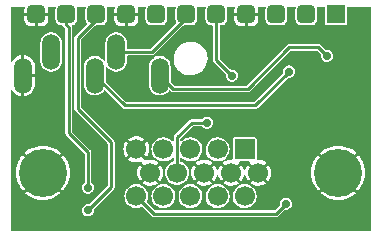
<source format=gbr>
G04 #@! TF.GenerationSoftware,KiCad,Pcbnew,(6.0.1-0)*
G04 #@! TF.CreationDate,2022-02-24T13:12:42-05:00*
G04 #@! TF.ProjectId,DC2VGA_Horizontal,44433256-4741-45f4-986f-72697a6f6e74,1*
G04 #@! TF.SameCoordinates,Original*
G04 #@! TF.FileFunction,Copper,L2,Bot*
G04 #@! TF.FilePolarity,Positive*
%FSLAX46Y46*%
G04 Gerber Fmt 4.6, Leading zero omitted, Abs format (unit mm)*
G04 Created by KiCad (PCBNEW (6.0.1-0)) date 2022-02-24 13:12:42*
%MOMM*%
%LPD*%
G01*
G04 APERTURE LIST*
G04 Aperture macros list*
%AMRoundRect*
0 Rectangle with rounded corners*
0 $1 Rounding radius*
0 $2 $3 $4 $5 $6 $7 $8 $9 X,Y pos of 4 corners*
0 Add a 4 corners polygon primitive as box body*
4,1,4,$2,$3,$4,$5,$6,$7,$8,$9,$2,$3,0*
0 Add four circle primitives for the rounded corners*
1,1,$1+$1,$2,$3*
1,1,$1+$1,$4,$5*
1,1,$1+$1,$6,$7*
1,1,$1+$1,$8,$9*
0 Add four rect primitives between the rounded corners*
20,1,$1+$1,$2,$3,$4,$5,0*
20,1,$1+$1,$4,$5,$6,$7,0*
20,1,$1+$1,$6,$7,$8,$9,0*
20,1,$1+$1,$8,$9,$2,$3,0*%
G04 Aperture macros list end*
G04 #@! TA.AperFunction,ComponentPad*
%ADD10R,1.700000X1.700000*%
G04 #@! TD*
G04 #@! TA.AperFunction,ComponentPad*
%ADD11C,1.700000*%
G04 #@! TD*
G04 #@! TA.AperFunction,ComponentPad*
%ADD12C,4.066000*%
G04 #@! TD*
G04 #@! TA.AperFunction,ComponentPad*
%ADD13O,1.508000X3.016000*%
G04 #@! TD*
G04 #@! TA.AperFunction,ComponentPad*
%ADD14R,1.524000X1.524000*%
G04 #@! TD*
G04 #@! TA.AperFunction,ComponentPad*
%ADD15RoundRect,0.381000X-0.381000X-0.381000X0.381000X-0.381000X0.381000X0.381000X-0.381000X0.381000X0*%
G04 #@! TD*
G04 #@! TA.AperFunction,ViaPad*
%ADD16C,0.700000*%
G04 #@! TD*
G04 #@! TA.AperFunction,Conductor*
%ADD17C,0.250000*%
G04 #@! TD*
G04 APERTURE END LIST*
D10*
X146725000Y-107595000D03*
D11*
X144435000Y-107595000D03*
X142145000Y-107595000D03*
X139855000Y-107595000D03*
X137565000Y-107595000D03*
X147870000Y-109575000D03*
X145580000Y-109575000D03*
X143290000Y-109575000D03*
X141000000Y-109575000D03*
X138710000Y-109575000D03*
X146725000Y-111555000D03*
X144435000Y-111555000D03*
X142145000Y-111555000D03*
X139855000Y-111555000D03*
X137565000Y-111555000D03*
D12*
X129650000Y-109575000D03*
X154640000Y-109575000D03*
D13*
X127950000Y-101350000D03*
X130350000Y-99350000D03*
X135850000Y-99350000D03*
X139550000Y-101350000D03*
X134050000Y-101350000D03*
D14*
X154487181Y-96168903D03*
D15*
X151947181Y-96168903D03*
X149407181Y-96168903D03*
X134167181Y-96168903D03*
X131627181Y-96168903D03*
X141787181Y-96168903D03*
X139247181Y-96168903D03*
X129087181Y-96168903D03*
X136707181Y-96168903D03*
X146867181Y-96168903D03*
X144327181Y-96168903D03*
D16*
X153700000Y-99675000D03*
X150500000Y-101000000D03*
X150225000Y-112200000D03*
X133450000Y-112750000D03*
X133450000Y-110825000D03*
X156425000Y-96425000D03*
X147775000Y-99325000D03*
X145650000Y-101350000D03*
X143550000Y-105325000D03*
D17*
X147000000Y-102475000D02*
X150525000Y-98950000D01*
X152975000Y-98950000D02*
X153700000Y-99675000D01*
X140675000Y-102475000D02*
X147000000Y-102475000D01*
X139550000Y-101350000D02*
X140675000Y-102475000D01*
X150525000Y-98950000D02*
X152975000Y-98950000D01*
X147625000Y-103875000D02*
X136575000Y-103875000D01*
X136575000Y-103875000D02*
X134050000Y-101350000D01*
X150500000Y-101000000D02*
X147625000Y-103875000D01*
X139050000Y-113050000D02*
X137550000Y-111550000D01*
X149375000Y-113050000D02*
X139050000Y-113050000D01*
X150225000Y-112200000D02*
X149375000Y-113050000D01*
X132600000Y-98175000D02*
X134157181Y-96617819D01*
X135425000Y-106975000D02*
X132600000Y-104150000D01*
X133450000Y-112750000D02*
X135425000Y-110775000D01*
X132600000Y-104150000D02*
X132600000Y-98175000D01*
X134157181Y-96617819D02*
X134157181Y-96388903D01*
X135425000Y-110775000D02*
X135425000Y-106975000D01*
X131825000Y-97250000D02*
X131617181Y-97042181D01*
X131617181Y-97042181D02*
X131617181Y-96388903D01*
X133475000Y-107825000D02*
X131825000Y-106175000D01*
X133450000Y-110825000D02*
X133475000Y-110800000D01*
X133475000Y-110800000D02*
X133475000Y-107825000D01*
X131825000Y-106175000D02*
X131825000Y-97250000D01*
X141777181Y-96388903D02*
X141777181Y-96447819D01*
X138875000Y-99350000D02*
X135850000Y-99350000D01*
X141777181Y-96447819D02*
X138875000Y-99350000D01*
X144317181Y-96388903D02*
X144317181Y-100017181D01*
X142250000Y-105325000D02*
X141000000Y-106575000D01*
X141000000Y-106575000D02*
X141000000Y-109575000D01*
X144317181Y-100017181D02*
X145650000Y-101350000D01*
X143550000Y-105325000D02*
X142250000Y-105325000D01*
G04 #@! TA.AperFunction,Conductor*
G36*
X128075391Y-95528482D02*
G01*
X128102411Y-95575282D01*
X128100474Y-95611041D01*
X128079123Y-95684530D01*
X128077679Y-95692438D01*
X128075304Y-95722618D01*
X128075181Y-95725737D01*
X128075181Y-96029973D01*
X128079065Y-96040644D01*
X128084709Y-96043903D01*
X130085250Y-96043903D01*
X130095921Y-96040019D01*
X130099180Y-96034375D01*
X130099180Y-95725720D01*
X130099060Y-95722647D01*
X130096682Y-95692428D01*
X130095241Y-95684535D01*
X130073888Y-95611041D01*
X130077469Y-95557120D01*
X130114872Y-95518117D01*
X130149751Y-95510000D01*
X130657531Y-95510000D01*
X130708311Y-95528482D01*
X130735331Y-95575282D01*
X130730983Y-95618082D01*
X130717234Y-95652807D01*
X130717232Y-95652815D01*
X130715368Y-95657523D01*
X130704681Y-95745834D01*
X130704682Y-96591971D01*
X130715368Y-96680283D01*
X130769983Y-96818227D01*
X130859683Y-96936401D01*
X130977857Y-97026101D01*
X131029675Y-97046617D01*
X131111089Y-97078851D01*
X131111093Y-97078852D01*
X131115801Y-97080716D01*
X131120831Y-97081325D01*
X131120832Y-97081325D01*
X131140649Y-97083723D01*
X131204112Y-97091403D01*
X131272094Y-97091403D01*
X131322874Y-97109885D01*
X131345151Y-97141060D01*
X131346209Y-97146740D01*
X131350035Y-97152947D01*
X131360069Y-97169226D01*
X131365401Y-97179491D01*
X131375826Y-97203755D01*
X131379638Y-97208396D01*
X131385029Y-97213787D01*
X131396418Y-97228195D01*
X131398188Y-97231067D01*
X131398191Y-97231070D01*
X131402018Y-97237279D01*
X131422963Y-97253206D01*
X131424903Y-97254681D01*
X131432946Y-97261704D01*
X131516361Y-97345119D01*
X131539199Y-97394095D01*
X131539500Y-97400980D01*
X131539500Y-106123526D01*
X131539153Y-106128255D01*
X131537671Y-106132571D01*
X131537945Y-106139862D01*
X131539444Y-106179798D01*
X131539500Y-106182762D01*
X131539500Y-106201552D01*
X131540166Y-106205129D01*
X131540355Y-106207172D01*
X131540633Y-106211469D01*
X131541661Y-106238853D01*
X131546640Y-106250442D01*
X131551717Y-106267155D01*
X131552691Y-106272384D01*
X131552692Y-106272388D01*
X131554028Y-106279559D01*
X131557855Y-106285767D01*
X131567888Y-106302045D01*
X131573220Y-106312310D01*
X131583645Y-106336574D01*
X131587457Y-106341215D01*
X131592848Y-106346606D01*
X131604237Y-106361014D01*
X131606007Y-106363886D01*
X131606010Y-106363889D01*
X131609837Y-106370098D01*
X131630782Y-106386025D01*
X131632722Y-106387500D01*
X131640765Y-106394523D01*
X133166361Y-107920119D01*
X133189199Y-107969095D01*
X133189500Y-107975980D01*
X133189500Y-110342127D01*
X133171018Y-110392907D01*
X133152656Y-110408939D01*
X133120489Y-110429235D01*
X133120486Y-110429237D01*
X133115732Y-110432237D01*
X133112011Y-110436450D01*
X133112010Y-110436451D01*
X133050006Y-110506657D01*
X133018932Y-110541841D01*
X132956786Y-110674209D01*
X132934288Y-110818699D01*
X132936760Y-110837601D01*
X132952518Y-110958104D01*
X132953249Y-110963695D01*
X133012143Y-111097542D01*
X133106236Y-111209479D01*
X133227964Y-111290508D01*
X133367541Y-111334116D01*
X133417056Y-111335023D01*
X133508120Y-111336692D01*
X133508121Y-111336692D01*
X133513747Y-111336795D01*
X133654829Y-111298332D01*
X133779445Y-111221818D01*
X133783218Y-111217650D01*
X133783220Y-111217648D01*
X133873799Y-111117577D01*
X133873800Y-111117576D01*
X133877576Y-111113404D01*
X133941335Y-110981805D01*
X133942732Y-110973505D01*
X133965090Y-110840610D01*
X133965090Y-110840607D01*
X133965596Y-110837601D01*
X133965750Y-110825000D01*
X133950871Y-110721102D01*
X133945818Y-110685816D01*
X133945817Y-110685814D01*
X133945020Y-110680246D01*
X133942691Y-110675123D01*
X133886827Y-110552257D01*
X133886826Y-110552255D01*
X133884495Y-110547129D01*
X133880820Y-110542864D01*
X133880818Y-110542861D01*
X133792715Y-110440614D01*
X133792716Y-110440614D01*
X133789041Y-110436350D01*
X133786940Y-110434988D01*
X133761451Y-110388813D01*
X133760500Y-110376592D01*
X133760500Y-107876473D01*
X133760847Y-107871744D01*
X133762329Y-107867428D01*
X133760556Y-107820200D01*
X133760500Y-107817237D01*
X133760500Y-107798448D01*
X133759834Y-107794871D01*
X133759645Y-107792828D01*
X133759367Y-107788531D01*
X133758613Y-107768437D01*
X133758613Y-107768435D01*
X133758339Y-107761147D01*
X133753360Y-107749558D01*
X133748283Y-107732845D01*
X133747309Y-107727616D01*
X133747308Y-107727612D01*
X133745972Y-107720441D01*
X133732112Y-107697955D01*
X133726780Y-107687690D01*
X133718555Y-107668547D01*
X133716355Y-107663426D01*
X133712543Y-107658785D01*
X133707152Y-107653394D01*
X133695763Y-107638986D01*
X133693993Y-107636114D01*
X133693990Y-107636111D01*
X133690163Y-107629902D01*
X133667279Y-107612500D01*
X133659235Y-107605477D01*
X132133639Y-106079881D01*
X132110801Y-106030905D01*
X132110500Y-106024020D01*
X132110500Y-97301473D01*
X132110847Y-97296744D01*
X132112329Y-97292428D01*
X132110556Y-97245200D01*
X132110500Y-97242237D01*
X132110500Y-97223448D01*
X132109834Y-97219871D01*
X132109645Y-97217828D01*
X132109367Y-97213531D01*
X132108613Y-97193437D01*
X132108613Y-97193435D01*
X132108339Y-97186147D01*
X132105460Y-97179445D01*
X132103856Y-97172330D01*
X132105603Y-97171936D01*
X132103053Y-97127022D01*
X132135387Y-97083723D01*
X132149616Y-97076339D01*
X132276505Y-97026101D01*
X132394679Y-96936401D01*
X132484379Y-96818227D01*
X132507019Y-96761045D01*
X132537129Y-96684995D01*
X132537130Y-96684991D01*
X132538994Y-96680283D01*
X132549681Y-96591972D01*
X132549680Y-95745835D01*
X132538994Y-95657523D01*
X132537125Y-95652802D01*
X132523379Y-95618082D01*
X132521870Y-95564063D01*
X132555436Y-95521713D01*
X132596831Y-95510000D01*
X133197531Y-95510000D01*
X133248311Y-95528482D01*
X133275331Y-95575282D01*
X133270983Y-95618082D01*
X133257234Y-95652807D01*
X133257232Y-95652815D01*
X133255368Y-95657523D01*
X133244681Y-95745834D01*
X133244682Y-96591971D01*
X133255368Y-96680283D01*
X133309983Y-96818227D01*
X133313235Y-96822511D01*
X133313237Y-96822515D01*
X133373187Y-96901496D01*
X133389167Y-96953118D01*
X133366122Y-97005120D01*
X132434524Y-97936718D01*
X132430929Y-97939822D01*
X132426829Y-97941826D01*
X132421869Y-97947173D01*
X132394669Y-97976495D01*
X132392612Y-97978630D01*
X132379346Y-97991896D01*
X132377284Y-97994902D01*
X132375990Y-97996459D01*
X132373149Y-97999694D01*
X132354498Y-98019800D01*
X132351795Y-98026576D01*
X132349825Y-98031513D01*
X132341596Y-98046925D01*
X132334459Y-98057328D01*
X132332775Y-98064426D01*
X132328361Y-98083027D01*
X132324872Y-98094058D01*
X132315086Y-98118586D01*
X132314500Y-98124563D01*
X132314500Y-98132193D01*
X132312365Y-98150432D01*
X132309902Y-98160812D01*
X132310886Y-98168042D01*
X132310886Y-98168043D01*
X132313778Y-98189291D01*
X132314500Y-98199945D01*
X132314500Y-104098526D01*
X132314153Y-104103255D01*
X132312671Y-104107571D01*
X132313258Y-104123206D01*
X132314444Y-104154798D01*
X132314500Y-104157762D01*
X132314500Y-104176552D01*
X132315166Y-104180129D01*
X132315355Y-104182172D01*
X132315633Y-104186469D01*
X132316661Y-104213853D01*
X132321640Y-104225442D01*
X132326717Y-104242155D01*
X132327691Y-104247384D01*
X132327692Y-104247388D01*
X132329028Y-104254559D01*
X132332855Y-104260767D01*
X132342888Y-104277045D01*
X132348220Y-104287310D01*
X132358645Y-104311574D01*
X132362457Y-104316215D01*
X132367848Y-104321606D01*
X132379237Y-104336014D01*
X132381007Y-104338886D01*
X132381010Y-104338889D01*
X132384837Y-104345098D01*
X132405782Y-104361025D01*
X132407722Y-104362500D01*
X132415765Y-104369523D01*
X135116361Y-107070119D01*
X135139199Y-107119095D01*
X135139500Y-107125980D01*
X135139500Y-110624021D01*
X135121018Y-110674801D01*
X135116361Y-110679882D01*
X133579484Y-112216758D01*
X133530508Y-112239596D01*
X133523141Y-112239896D01*
X133385630Y-112239056D01*
X133385628Y-112239056D01*
X133380005Y-112239022D01*
X133239404Y-112279206D01*
X133115732Y-112357237D01*
X133112011Y-112361450D01*
X133112010Y-112361451D01*
X133022658Y-112462622D01*
X133018932Y-112466841D01*
X133016540Y-112471936D01*
X132970422Y-112570166D01*
X132956786Y-112599209D01*
X132934288Y-112743699D01*
X132953249Y-112888695D01*
X133012143Y-113022542D01*
X133106236Y-113134479D01*
X133227964Y-113215508D01*
X133367541Y-113259116D01*
X133417056Y-113260023D01*
X133508120Y-113261692D01*
X133508121Y-113261692D01*
X133513747Y-113261795D01*
X133654829Y-113223332D01*
X133779445Y-113146818D01*
X133783218Y-113142650D01*
X133783220Y-113142648D01*
X133873799Y-113042577D01*
X133873800Y-113042576D01*
X133877576Y-113038404D01*
X133941335Y-112906805D01*
X133945321Y-112883116D01*
X133965090Y-112765610D01*
X133965090Y-112765607D01*
X133965596Y-112762601D01*
X133965750Y-112750000D01*
X133960067Y-112710314D01*
X133957323Y-112691154D01*
X133968420Y-112638266D01*
X133979664Y-112624094D01*
X135062935Y-111540823D01*
X136549710Y-111540823D01*
X136566292Y-111738297D01*
X136567356Y-111742006D01*
X136618950Y-111921936D01*
X136620915Y-111928790D01*
X136711498Y-112105045D01*
X136834590Y-112260348D01*
X136985504Y-112388786D01*
X137158490Y-112485465D01*
X137162152Y-112486655D01*
X137162157Y-112486657D01*
X137284241Y-112526324D01*
X137346960Y-112546702D01*
X137350797Y-112547160D01*
X137350799Y-112547160D01*
X137539892Y-112569708D01*
X137539895Y-112569708D01*
X137543735Y-112570166D01*
X137741320Y-112554963D01*
X137932190Y-112501671D01*
X137962243Y-112486490D01*
X137991252Y-112471837D01*
X138044911Y-112465438D01*
X138082732Y-112486490D01*
X138811718Y-113215476D01*
X138814822Y-113219071D01*
X138816826Y-113223171D01*
X138822173Y-113228131D01*
X138851495Y-113255331D01*
X138853630Y-113257388D01*
X138866896Y-113270654D01*
X138869902Y-113272716D01*
X138871459Y-113274010D01*
X138874694Y-113276851D01*
X138894800Y-113295502D01*
X138901576Y-113298205D01*
X138901577Y-113298206D01*
X138906517Y-113300177D01*
X138921926Y-113308405D01*
X138926310Y-113311412D01*
X138932328Y-113315540D01*
X138939424Y-113317224D01*
X138939426Y-113317225D01*
X138958023Y-113321638D01*
X138969054Y-113325127D01*
X138982422Y-113330460D01*
X138993586Y-113334914D01*
X138999563Y-113335500D01*
X139007192Y-113335500D01*
X139025434Y-113337635D01*
X139035812Y-113340098D01*
X139043042Y-113339114D01*
X139043043Y-113339114D01*
X139064291Y-113336222D01*
X139074945Y-113335500D01*
X149323526Y-113335500D01*
X149328255Y-113335847D01*
X149332571Y-113337329D01*
X149379799Y-113335556D01*
X149382762Y-113335500D01*
X149401552Y-113335500D01*
X149405129Y-113334834D01*
X149407172Y-113334645D01*
X149411469Y-113334367D01*
X149431563Y-113333613D01*
X149431565Y-113333613D01*
X149438853Y-113333339D01*
X149450442Y-113328360D01*
X149467155Y-113323283D01*
X149472384Y-113322309D01*
X149472388Y-113322308D01*
X149479559Y-113320972D01*
X149502045Y-113307112D01*
X149512310Y-113301780D01*
X149526922Y-113295502D01*
X149536574Y-113291355D01*
X149541215Y-113287543D01*
X149546606Y-113282152D01*
X149561014Y-113270763D01*
X149563886Y-113268993D01*
X149563889Y-113268990D01*
X149570098Y-113265163D01*
X149587500Y-113242278D01*
X149594523Y-113234235D01*
X150096313Y-112732445D01*
X150145289Y-112709607D01*
X150153621Y-112709319D01*
X150177468Y-112709756D01*
X150283120Y-112711692D01*
X150283121Y-112711692D01*
X150288747Y-112711795D01*
X150429829Y-112673332D01*
X150554445Y-112596818D01*
X150558218Y-112592650D01*
X150558220Y-112592648D01*
X150648799Y-112492577D01*
X150648800Y-112492576D01*
X150652576Y-112488404D01*
X150716335Y-112356805D01*
X150727122Y-112292693D01*
X150740090Y-112215610D01*
X150740090Y-112215607D01*
X150740596Y-112212601D01*
X150740750Y-112200000D01*
X150720020Y-112055246D01*
X150714959Y-112044114D01*
X150661827Y-111927257D01*
X150661826Y-111927255D01*
X150659495Y-111922129D01*
X150655820Y-111917864D01*
X150655818Y-111917861D01*
X150567716Y-111815615D01*
X150564041Y-111811350D01*
X150509688Y-111776120D01*
X150446054Y-111734874D01*
X150446051Y-111734872D01*
X150441332Y-111731814D01*
X150371282Y-111710864D01*
X150306621Y-111691526D01*
X150306619Y-111691526D01*
X150301233Y-111689915D01*
X150228711Y-111689472D01*
X150160630Y-111689056D01*
X150160628Y-111689056D01*
X150155005Y-111689022D01*
X150014404Y-111729206D01*
X149940313Y-111775954D01*
X149927393Y-111784106D01*
X149890732Y-111807237D01*
X149887011Y-111811450D01*
X149887010Y-111811451D01*
X149841722Y-111862730D01*
X149793932Y-111916841D01*
X149731786Y-112049209D01*
X149709288Y-112193699D01*
X149715290Y-112239596D01*
X149717918Y-112259691D01*
X149706176Y-112312439D01*
X149695446Y-112325796D01*
X149279881Y-112741361D01*
X149230905Y-112764199D01*
X149224020Y-112764500D01*
X139200980Y-112764500D01*
X139150200Y-112746018D01*
X139145119Y-112741361D01*
X138491378Y-112087620D01*
X138468540Y-112038644D01*
X138478548Y-111992740D01*
X138492604Y-111967996D01*
X138493824Y-111964329D01*
X138553935Y-111783630D01*
X138553936Y-111783625D01*
X138555156Y-111779958D01*
X138579993Y-111583351D01*
X138580389Y-111555000D01*
X138578999Y-111540823D01*
X138839710Y-111540823D01*
X138856292Y-111738297D01*
X138857356Y-111742006D01*
X138908950Y-111921936D01*
X138910915Y-111928790D01*
X139001498Y-112105045D01*
X139124590Y-112260348D01*
X139275504Y-112388786D01*
X139448490Y-112485465D01*
X139452152Y-112486655D01*
X139452157Y-112486657D01*
X139574241Y-112526324D01*
X139636960Y-112546702D01*
X139640797Y-112547160D01*
X139640799Y-112547160D01*
X139829892Y-112569708D01*
X139829895Y-112569708D01*
X139833735Y-112570166D01*
X140031320Y-112554963D01*
X140222190Y-112501671D01*
X140332295Y-112446053D01*
X140395619Y-112414066D01*
X140395621Y-112414065D01*
X140399073Y-112412321D01*
X140555232Y-112290316D01*
X140592757Y-112246843D01*
X140682196Y-112143228D01*
X140682200Y-112143223D01*
X140684720Y-112140303D01*
X140686626Y-112136947D01*
X140686630Y-112136942D01*
X140755260Y-112016130D01*
X140782604Y-111967996D01*
X140783824Y-111964329D01*
X140843935Y-111783630D01*
X140843936Y-111783625D01*
X140845156Y-111779958D01*
X140869993Y-111583351D01*
X140870389Y-111555000D01*
X140868999Y-111540823D01*
X141129710Y-111540823D01*
X141146292Y-111738297D01*
X141147356Y-111742006D01*
X141198950Y-111921936D01*
X141200915Y-111928790D01*
X141291498Y-112105045D01*
X141414590Y-112260348D01*
X141565504Y-112388786D01*
X141738490Y-112485465D01*
X141742152Y-112486655D01*
X141742157Y-112486657D01*
X141864241Y-112526324D01*
X141926960Y-112546702D01*
X141930797Y-112547160D01*
X141930799Y-112547160D01*
X142119892Y-112569708D01*
X142119895Y-112569708D01*
X142123735Y-112570166D01*
X142321320Y-112554963D01*
X142512190Y-112501671D01*
X142622295Y-112446053D01*
X142685619Y-112414066D01*
X142685621Y-112414065D01*
X142689073Y-112412321D01*
X142845232Y-112290316D01*
X142882757Y-112246843D01*
X142972196Y-112143228D01*
X142972200Y-112143223D01*
X142974720Y-112140303D01*
X142976626Y-112136947D01*
X142976630Y-112136942D01*
X143045260Y-112016130D01*
X143072604Y-111967996D01*
X143073824Y-111964329D01*
X143133935Y-111783630D01*
X143133936Y-111783625D01*
X143135156Y-111779958D01*
X143159993Y-111583351D01*
X143160389Y-111555000D01*
X143158999Y-111540823D01*
X143419710Y-111540823D01*
X143436292Y-111738297D01*
X143437356Y-111742006D01*
X143488950Y-111921936D01*
X143490915Y-111928790D01*
X143581498Y-112105045D01*
X143704590Y-112260348D01*
X143855504Y-112388786D01*
X144028490Y-112485465D01*
X144032152Y-112486655D01*
X144032157Y-112486657D01*
X144154241Y-112526324D01*
X144216960Y-112546702D01*
X144220797Y-112547160D01*
X144220799Y-112547160D01*
X144409892Y-112569708D01*
X144409895Y-112569708D01*
X144413735Y-112570166D01*
X144611320Y-112554963D01*
X144802190Y-112501671D01*
X144912295Y-112446053D01*
X144975619Y-112414066D01*
X144975621Y-112414065D01*
X144979073Y-112412321D01*
X145135232Y-112290316D01*
X145172757Y-112246843D01*
X145262196Y-112143228D01*
X145262200Y-112143223D01*
X145264720Y-112140303D01*
X145266626Y-112136947D01*
X145266630Y-112136942D01*
X145335260Y-112016130D01*
X145362604Y-111967996D01*
X145363824Y-111964329D01*
X145423935Y-111783630D01*
X145423936Y-111783625D01*
X145425156Y-111779958D01*
X145449993Y-111583351D01*
X145450389Y-111555000D01*
X145448999Y-111540823D01*
X145709710Y-111540823D01*
X145726292Y-111738297D01*
X145727356Y-111742006D01*
X145778950Y-111921936D01*
X145780915Y-111928790D01*
X145871498Y-112105045D01*
X145994590Y-112260348D01*
X146145504Y-112388786D01*
X146318490Y-112485465D01*
X146322152Y-112486655D01*
X146322157Y-112486657D01*
X146444241Y-112526324D01*
X146506960Y-112546702D01*
X146510797Y-112547160D01*
X146510799Y-112547160D01*
X146699892Y-112569708D01*
X146699895Y-112569708D01*
X146703735Y-112570166D01*
X146901320Y-112554963D01*
X147092190Y-112501671D01*
X147202295Y-112446053D01*
X147265619Y-112414066D01*
X147265621Y-112414065D01*
X147269073Y-112412321D01*
X147425232Y-112290316D01*
X147462757Y-112246843D01*
X147552196Y-112143228D01*
X147552200Y-112143223D01*
X147554720Y-112140303D01*
X147556626Y-112136947D01*
X147556630Y-112136942D01*
X147625260Y-112016130D01*
X147652604Y-111967996D01*
X147653824Y-111964329D01*
X147713935Y-111783630D01*
X147713936Y-111783625D01*
X147715156Y-111779958D01*
X147739993Y-111583351D01*
X147740389Y-111555000D01*
X147721051Y-111357777D01*
X147713939Y-111334219D01*
X147696309Y-111275827D01*
X153121443Y-111275827D01*
X153122839Y-111281038D01*
X153245269Y-111388405D01*
X153249370Y-111391552D01*
X153493898Y-111554941D01*
X153498370Y-111557523D01*
X153762136Y-111687597D01*
X153766915Y-111689577D01*
X154045388Y-111784106D01*
X154050394Y-111785447D01*
X154338832Y-111842821D01*
X154343949Y-111843495D01*
X154637422Y-111862730D01*
X154642578Y-111862730D01*
X154936051Y-111843495D01*
X154941168Y-111842821D01*
X155229606Y-111785447D01*
X155234612Y-111784106D01*
X155513085Y-111689577D01*
X155517864Y-111687597D01*
X155781630Y-111557523D01*
X155786102Y-111554941D01*
X156030630Y-111391552D01*
X156034731Y-111388405D01*
X156153135Y-111284568D01*
X156158597Y-111274613D01*
X156157544Y-111269320D01*
X154649851Y-109761628D01*
X154639557Y-109756828D01*
X154633263Y-109758514D01*
X153126243Y-111265533D01*
X153121443Y-111275827D01*
X147696309Y-111275827D01*
X147677219Y-111212598D01*
X147663774Y-111168065D01*
X147661963Y-111164660D01*
X147661961Y-111164654D01*
X147578758Y-111008174D01*
X147570739Y-110993092D01*
X147565665Y-110986870D01*
X147483049Y-110885574D01*
X147445490Y-110839522D01*
X147435690Y-110831414D01*
X147295773Y-110715665D01*
X147295772Y-110715664D01*
X147292798Y-110713204D01*
X147274979Y-110703569D01*
X147231170Y-110679882D01*
X147118479Y-110618950D01*
X146929172Y-110560350D01*
X146732089Y-110539636D01*
X146728243Y-110539986D01*
X146728242Y-110539986D01*
X146707859Y-110541841D01*
X146534735Y-110557596D01*
X146531028Y-110558687D01*
X146348338Y-110612456D01*
X146348335Y-110612457D01*
X146344629Y-110613548D01*
X146169010Y-110705359D01*
X146166003Y-110707777D01*
X146166001Y-110707778D01*
X146113421Y-110750054D01*
X146014570Y-110829532D01*
X145939928Y-110918487D01*
X145897674Y-110968844D01*
X145887189Y-110981339D01*
X145885327Y-110984727D01*
X145885325Y-110984729D01*
X145878854Y-110996500D01*
X145791720Y-111154996D01*
X145731800Y-111343889D01*
X145709710Y-111540823D01*
X145448999Y-111540823D01*
X145431051Y-111357777D01*
X145423939Y-111334219D01*
X145387219Y-111212598D01*
X145373774Y-111168065D01*
X145371963Y-111164660D01*
X145371961Y-111164654D01*
X145288758Y-111008174D01*
X145280739Y-110993092D01*
X145275665Y-110986870D01*
X145193049Y-110885574D01*
X145155490Y-110839522D01*
X145145690Y-110831414D01*
X145005773Y-110715665D01*
X145005772Y-110715664D01*
X145002798Y-110713204D01*
X144984979Y-110703569D01*
X144941170Y-110679882D01*
X144828479Y-110618950D01*
X144639172Y-110560350D01*
X144442089Y-110539636D01*
X144438243Y-110539986D01*
X144438242Y-110539986D01*
X144417859Y-110541841D01*
X144244735Y-110557596D01*
X144241028Y-110558687D01*
X144058338Y-110612456D01*
X144058335Y-110612457D01*
X144054629Y-110613548D01*
X143879010Y-110705359D01*
X143876003Y-110707777D01*
X143876001Y-110707778D01*
X143823421Y-110750054D01*
X143724570Y-110829532D01*
X143649928Y-110918487D01*
X143607674Y-110968844D01*
X143597189Y-110981339D01*
X143595327Y-110984727D01*
X143595325Y-110984729D01*
X143588854Y-110996500D01*
X143501720Y-111154996D01*
X143441800Y-111343889D01*
X143419710Y-111540823D01*
X143158999Y-111540823D01*
X143141051Y-111357777D01*
X143133939Y-111334219D01*
X143097219Y-111212598D01*
X143083774Y-111168065D01*
X143081963Y-111164660D01*
X143081961Y-111164654D01*
X142998758Y-111008174D01*
X142990739Y-110993092D01*
X142985665Y-110986870D01*
X142903049Y-110885574D01*
X142865490Y-110839522D01*
X142855690Y-110831414D01*
X142715773Y-110715665D01*
X142715772Y-110715664D01*
X142712798Y-110713204D01*
X142694979Y-110703569D01*
X142651170Y-110679882D01*
X142538479Y-110618950D01*
X142349172Y-110560350D01*
X142152089Y-110539636D01*
X142148243Y-110539986D01*
X142148242Y-110539986D01*
X142127859Y-110541841D01*
X141954735Y-110557596D01*
X141951028Y-110558687D01*
X141768338Y-110612456D01*
X141768335Y-110612457D01*
X141764629Y-110613548D01*
X141589010Y-110705359D01*
X141586003Y-110707777D01*
X141586001Y-110707778D01*
X141533421Y-110750054D01*
X141434570Y-110829532D01*
X141359928Y-110918487D01*
X141317674Y-110968844D01*
X141307189Y-110981339D01*
X141305327Y-110984727D01*
X141305325Y-110984729D01*
X141298854Y-110996500D01*
X141211720Y-111154996D01*
X141151800Y-111343889D01*
X141129710Y-111540823D01*
X140868999Y-111540823D01*
X140851051Y-111357777D01*
X140843939Y-111334219D01*
X140807219Y-111212598D01*
X140793774Y-111168065D01*
X140791963Y-111164660D01*
X140791961Y-111164654D01*
X140708758Y-111008174D01*
X140700739Y-110993092D01*
X140695665Y-110986870D01*
X140613049Y-110885574D01*
X140575490Y-110839522D01*
X140565690Y-110831414D01*
X140425773Y-110715665D01*
X140425772Y-110715664D01*
X140422798Y-110713204D01*
X140404979Y-110703569D01*
X140361170Y-110679882D01*
X140248479Y-110618950D01*
X140059172Y-110560350D01*
X139862089Y-110539636D01*
X139858243Y-110539986D01*
X139858242Y-110539986D01*
X139837859Y-110541841D01*
X139664735Y-110557596D01*
X139661028Y-110558687D01*
X139478338Y-110612456D01*
X139478335Y-110612457D01*
X139474629Y-110613548D01*
X139299010Y-110705359D01*
X139296003Y-110707777D01*
X139296001Y-110707778D01*
X139243421Y-110750054D01*
X139144570Y-110829532D01*
X139069928Y-110918487D01*
X139027674Y-110968844D01*
X139017189Y-110981339D01*
X139015327Y-110984727D01*
X139015325Y-110984729D01*
X139008854Y-110996500D01*
X138921720Y-111154996D01*
X138861800Y-111343889D01*
X138839710Y-111540823D01*
X138578999Y-111540823D01*
X138561051Y-111357777D01*
X138553939Y-111334219D01*
X138517219Y-111212598D01*
X138503774Y-111168065D01*
X138501963Y-111164660D01*
X138501961Y-111164654D01*
X138418758Y-111008174D01*
X138410739Y-110993092D01*
X138405665Y-110986870D01*
X138323049Y-110885574D01*
X138285490Y-110839522D01*
X138275690Y-110831414D01*
X138135773Y-110715665D01*
X138135772Y-110715664D01*
X138132798Y-110713204D01*
X138114979Y-110703569D01*
X138071170Y-110679882D01*
X137958479Y-110618950D01*
X137769172Y-110560350D01*
X137572089Y-110539636D01*
X137568243Y-110539986D01*
X137568242Y-110539986D01*
X137547859Y-110541841D01*
X137374735Y-110557596D01*
X137371028Y-110558687D01*
X137188338Y-110612456D01*
X137188335Y-110612457D01*
X137184629Y-110613548D01*
X137009010Y-110705359D01*
X137006003Y-110707777D01*
X137006001Y-110707778D01*
X136953421Y-110750054D01*
X136854570Y-110829532D01*
X136779928Y-110918487D01*
X136737674Y-110968844D01*
X136727189Y-110981339D01*
X136725327Y-110984727D01*
X136725325Y-110984729D01*
X136718854Y-110996500D01*
X136631720Y-111154996D01*
X136571800Y-111343889D01*
X136549710Y-111540823D01*
X135062935Y-111540823D01*
X135590476Y-111013282D01*
X135594071Y-111010178D01*
X135598171Y-111008174D01*
X135630331Y-110973505D01*
X135632388Y-110971370D01*
X135645654Y-110958104D01*
X135647716Y-110955098D01*
X135649010Y-110953541D01*
X135651852Y-110950305D01*
X135665540Y-110935549D01*
X135670502Y-110930200D01*
X135675175Y-110918487D01*
X135683404Y-110903075D01*
X135690541Y-110892672D01*
X135696639Y-110866973D01*
X135700129Y-110855938D01*
X135705485Y-110842514D01*
X135709914Y-110831414D01*
X135710500Y-110825437D01*
X135710500Y-110817807D01*
X135712635Y-110799566D01*
X135713413Y-110796287D01*
X135715098Y-110789188D01*
X135711222Y-110760707D01*
X135710500Y-110750054D01*
X135710500Y-110439362D01*
X138027909Y-110439362D01*
X138028854Y-110442891D01*
X138028965Y-110443000D01*
X138179863Y-110543827D01*
X138186204Y-110547270D01*
X138365297Y-110624214D01*
X138372161Y-110626444D01*
X138562274Y-110669463D01*
X138569425Y-110670404D01*
X138764191Y-110678057D01*
X138771408Y-110677678D01*
X138964304Y-110649710D01*
X138971321Y-110648025D01*
X139155896Y-110585371D01*
X139162488Y-110582436D01*
X139332552Y-110487195D01*
X139338503Y-110483105D01*
X139383929Y-110445325D01*
X139389651Y-110435514D01*
X139388803Y-110430580D01*
X138719851Y-109761628D01*
X138709557Y-109756828D01*
X138703263Y-109758514D01*
X138032709Y-110429068D01*
X138027909Y-110439362D01*
X135710500Y-110439362D01*
X135710500Y-109549698D01*
X137605903Y-109549698D01*
X137618651Y-109744201D01*
X137619780Y-109751328D01*
X137667759Y-109940243D01*
X137670172Y-109947057D01*
X137751773Y-110124066D01*
X137755380Y-110130313D01*
X137839487Y-110249322D01*
X137848816Y-110255794D01*
X137852795Y-110255428D01*
X138523372Y-109584851D01*
X138527759Y-109575443D01*
X138891828Y-109575443D01*
X138893514Y-109581737D01*
X139561566Y-110249789D01*
X139571860Y-110254589D01*
X139576695Y-110253294D01*
X139618105Y-110203503D01*
X139622195Y-110197552D01*
X139717436Y-110027488D01*
X139720371Y-110020896D01*
X139783025Y-109836321D01*
X139784710Y-109829304D01*
X139812864Y-109635127D01*
X139813260Y-109630486D01*
X139814652Y-109577327D01*
X139814500Y-109572685D01*
X139796545Y-109377288D01*
X139795230Y-109370195D01*
X139742321Y-109182592D01*
X139739736Y-109175858D01*
X139653525Y-109001037D01*
X139649756Y-108994887D01*
X139579915Y-108901358D01*
X139570418Y-108895132D01*
X139566139Y-108895638D01*
X138896628Y-109565149D01*
X138891828Y-109575443D01*
X138527759Y-109575443D01*
X138528172Y-109574557D01*
X138526486Y-109568263D01*
X137858622Y-108900399D01*
X137848328Y-108895599D01*
X137843842Y-108896801D01*
X137785749Y-108970490D01*
X137781826Y-108976531D01*
X137691065Y-109149039D01*
X137688304Y-109155703D01*
X137630502Y-109341857D01*
X137629002Y-109348919D01*
X137606092Y-109542481D01*
X137605903Y-109549698D01*
X135710500Y-109549698D01*
X135710500Y-108459362D01*
X136882909Y-108459362D01*
X136883854Y-108462891D01*
X136883965Y-108463000D01*
X137034863Y-108563827D01*
X137041204Y-108567270D01*
X137220297Y-108644214D01*
X137227161Y-108646444D01*
X137417274Y-108689463D01*
X137424425Y-108690404D01*
X137619191Y-108698057D01*
X137626408Y-108697678D01*
X137819304Y-108669710D01*
X137826321Y-108668025D01*
X137922989Y-108635211D01*
X137977016Y-108636389D01*
X138017644Y-108672020D01*
X138025864Y-108694603D01*
X138030703Y-108718926D01*
X138700149Y-109388372D01*
X138710443Y-109393172D01*
X138716737Y-109391486D01*
X139386761Y-108721462D01*
X139391561Y-108711168D01*
X139390056Y-108705551D01*
X139385165Y-108701029D01*
X139379445Y-108696640D01*
X139214590Y-108592625D01*
X139208167Y-108589353D01*
X139027121Y-108517122D01*
X139020200Y-108515072D01*
X138829024Y-108477045D01*
X138821854Y-108476292D01*
X138626952Y-108473739D01*
X138619752Y-108474306D01*
X138427653Y-108507315D01*
X138420675Y-108509185D01*
X138352932Y-108534176D01*
X138298893Y-108534412D01*
X138257346Y-108499857D01*
X138247730Y-108473436D01*
X138243803Y-108450580D01*
X137574851Y-107781628D01*
X137564557Y-107776828D01*
X137558263Y-107778514D01*
X136887709Y-108449068D01*
X136882909Y-108459362D01*
X135710500Y-108459362D01*
X135710500Y-107569698D01*
X136460903Y-107569698D01*
X136473651Y-107764201D01*
X136474780Y-107771328D01*
X136522759Y-107960243D01*
X136525172Y-107967057D01*
X136606773Y-108144066D01*
X136610380Y-108150313D01*
X136694487Y-108269322D01*
X136703816Y-108275794D01*
X136707795Y-108275428D01*
X137378372Y-107604851D01*
X137382759Y-107595443D01*
X137746828Y-107595443D01*
X137748514Y-107601737D01*
X138416566Y-108269789D01*
X138426860Y-108274589D01*
X138431695Y-108273294D01*
X138473105Y-108223503D01*
X138477195Y-108217552D01*
X138572436Y-108047488D01*
X138575371Y-108040896D01*
X138638025Y-107856321D01*
X138639710Y-107849304D01*
X138667864Y-107655127D01*
X138668260Y-107650486D01*
X138669652Y-107597327D01*
X138669500Y-107592685D01*
X138668410Y-107580823D01*
X138839710Y-107580823D01*
X138840033Y-107584669D01*
X138854890Y-107761595D01*
X138856292Y-107778297D01*
X138910915Y-107968790D01*
X139001498Y-108145045D01*
X139124590Y-108300348D01*
X139275504Y-108428786D01*
X139278878Y-108430672D01*
X139278880Y-108430673D01*
X139317615Y-108452321D01*
X139448490Y-108525465D01*
X139452152Y-108526655D01*
X139452157Y-108526657D01*
X139515633Y-108547281D01*
X139636960Y-108586702D01*
X139640797Y-108587160D01*
X139640799Y-108587160D01*
X139829892Y-108609708D01*
X139829895Y-108609708D01*
X139833735Y-108610166D01*
X140031320Y-108594963D01*
X140222190Y-108541671D01*
X140350128Y-108477045D01*
X140395619Y-108454066D01*
X140395621Y-108454065D01*
X140399073Y-108452321D01*
X140555232Y-108330316D01*
X140575697Y-108306607D01*
X140622869Y-108280243D01*
X140675951Y-108290369D01*
X140710106Y-108332246D01*
X140714500Y-108358227D01*
X140714500Y-108546526D01*
X140696018Y-108597306D01*
X140657805Y-108622312D01*
X140623338Y-108632456D01*
X140623335Y-108632457D01*
X140619629Y-108633548D01*
X140616202Y-108635340D01*
X140616201Y-108635340D01*
X140611478Y-108637809D01*
X140444010Y-108725359D01*
X140441003Y-108727777D01*
X140441001Y-108727778D01*
X140431192Y-108735665D01*
X140289570Y-108849532D01*
X140162189Y-109001339D01*
X140160327Y-109004727D01*
X140160325Y-109004729D01*
X140153854Y-109016500D01*
X140066720Y-109174996D01*
X140006800Y-109363889D01*
X139984710Y-109560823D01*
X140001292Y-109758297D01*
X140055915Y-109948790D01*
X140146498Y-110125045D01*
X140269590Y-110280348D01*
X140420504Y-110408786D01*
X140423878Y-110410672D01*
X140423880Y-110410673D01*
X140462464Y-110432237D01*
X140593490Y-110505465D01*
X140597152Y-110506655D01*
X140597157Y-110506657D01*
X140699736Y-110539986D01*
X140781960Y-110566702D01*
X140785797Y-110567160D01*
X140785799Y-110567160D01*
X140974892Y-110589708D01*
X140974895Y-110589708D01*
X140978735Y-110590166D01*
X141176320Y-110574963D01*
X141367190Y-110521671D01*
X141512866Y-110448085D01*
X141530135Y-110439362D01*
X142607909Y-110439362D01*
X142608854Y-110442891D01*
X142608965Y-110443000D01*
X142759863Y-110543827D01*
X142766204Y-110547270D01*
X142945297Y-110624214D01*
X142952161Y-110626444D01*
X143142274Y-110669463D01*
X143149425Y-110670404D01*
X143344191Y-110678057D01*
X143351408Y-110677678D01*
X143544304Y-110649710D01*
X143551321Y-110648025D01*
X143735896Y-110585371D01*
X143742488Y-110582436D01*
X143912552Y-110487195D01*
X143918503Y-110483105D01*
X143963929Y-110445325D01*
X143967407Y-110439362D01*
X144897909Y-110439362D01*
X144898854Y-110442891D01*
X144898965Y-110443000D01*
X145049863Y-110543827D01*
X145056204Y-110547270D01*
X145235297Y-110624214D01*
X145242161Y-110626444D01*
X145432274Y-110669463D01*
X145439425Y-110670404D01*
X145634191Y-110678057D01*
X145641408Y-110677678D01*
X145834304Y-110649710D01*
X145841321Y-110648025D01*
X146025896Y-110585371D01*
X146032488Y-110582436D01*
X146202552Y-110487195D01*
X146208503Y-110483105D01*
X146253929Y-110445325D01*
X146257407Y-110439362D01*
X147187909Y-110439362D01*
X147188854Y-110442891D01*
X147188965Y-110443000D01*
X147339863Y-110543827D01*
X147346204Y-110547270D01*
X147525297Y-110624214D01*
X147532161Y-110626444D01*
X147722274Y-110669463D01*
X147729425Y-110670404D01*
X147924191Y-110678057D01*
X147931408Y-110677678D01*
X148124304Y-110649710D01*
X148131321Y-110648025D01*
X148315896Y-110585371D01*
X148322488Y-110582436D01*
X148492552Y-110487195D01*
X148498503Y-110483105D01*
X148543929Y-110445325D01*
X148549651Y-110435514D01*
X148548803Y-110430580D01*
X147879851Y-109761628D01*
X147869557Y-109756828D01*
X147863263Y-109758514D01*
X147192709Y-110429068D01*
X147187909Y-110439362D01*
X146257407Y-110439362D01*
X146259651Y-110435514D01*
X146258803Y-110430580D01*
X145589851Y-109761628D01*
X145579557Y-109756828D01*
X145573263Y-109758514D01*
X144902709Y-110429068D01*
X144897909Y-110439362D01*
X143967407Y-110439362D01*
X143969651Y-110435514D01*
X143968803Y-110430580D01*
X143299851Y-109761628D01*
X143289557Y-109756828D01*
X143283263Y-109758514D01*
X142612709Y-110429068D01*
X142607909Y-110439362D01*
X141530135Y-110439362D01*
X141540619Y-110434066D01*
X141540621Y-110434065D01*
X141544073Y-110432321D01*
X141700232Y-110310316D01*
X141747610Y-110255428D01*
X141827196Y-110163228D01*
X141827200Y-110163223D01*
X141829720Y-110160303D01*
X141831626Y-110156947D01*
X141831630Y-110156942D01*
X141925695Y-109991356D01*
X141927604Y-109987996D01*
X141928824Y-109984329D01*
X141988935Y-109803630D01*
X141988936Y-109803625D01*
X141990156Y-109799958D01*
X142014993Y-109603351D01*
X142015389Y-109575000D01*
X142012908Y-109549698D01*
X142185903Y-109549698D01*
X142198651Y-109744201D01*
X142199780Y-109751328D01*
X142247759Y-109940243D01*
X142250172Y-109947057D01*
X142331773Y-110124066D01*
X142335380Y-110130313D01*
X142419487Y-110249322D01*
X142428816Y-110255794D01*
X142432795Y-110255428D01*
X143103372Y-109584851D01*
X143107759Y-109575443D01*
X143471828Y-109575443D01*
X143473514Y-109581737D01*
X144141566Y-110249789D01*
X144151860Y-110254589D01*
X144156695Y-110253294D01*
X144198105Y-110203503D01*
X144202195Y-110197552D01*
X144297436Y-110027488D01*
X144300371Y-110020896D01*
X144362153Y-109838891D01*
X144395977Y-109796747D01*
X144448978Y-109786204D01*
X144496355Y-109812197D01*
X144513529Y-109844839D01*
X144537759Y-109940243D01*
X144540172Y-109947057D01*
X144621773Y-110124066D01*
X144625380Y-110130313D01*
X144709487Y-110249322D01*
X144718816Y-110255794D01*
X144722795Y-110255428D01*
X145393372Y-109584851D01*
X145397759Y-109575443D01*
X145761828Y-109575443D01*
X145763514Y-109581737D01*
X146431566Y-110249789D01*
X146441860Y-110254589D01*
X146446695Y-110253294D01*
X146488105Y-110203503D01*
X146492195Y-110197552D01*
X146587436Y-110027488D01*
X146590371Y-110020896D01*
X146652153Y-109838891D01*
X146685977Y-109796747D01*
X146738978Y-109786204D01*
X146786355Y-109812197D01*
X146803529Y-109844839D01*
X146827759Y-109940243D01*
X146830172Y-109947057D01*
X146911773Y-110124066D01*
X146915380Y-110130313D01*
X146999487Y-110249322D01*
X147008816Y-110255794D01*
X147012795Y-110255428D01*
X147683372Y-109584851D01*
X147687759Y-109575443D01*
X148051828Y-109575443D01*
X148053514Y-109581737D01*
X148721566Y-110249789D01*
X148731860Y-110254589D01*
X148736695Y-110253294D01*
X148778105Y-110203503D01*
X148782195Y-110197552D01*
X148877436Y-110027488D01*
X148880371Y-110020896D01*
X148943025Y-109836321D01*
X148944710Y-109829304D01*
X148972864Y-109635127D01*
X148973260Y-109630486D01*
X148974645Y-109577578D01*
X152352270Y-109577578D01*
X152371505Y-109871051D01*
X152372179Y-109876168D01*
X152429553Y-110164606D01*
X152430894Y-110169612D01*
X152525423Y-110448085D01*
X152527403Y-110452864D01*
X152657477Y-110716629D01*
X152660059Y-110721102D01*
X152823448Y-110965630D01*
X152826595Y-110969731D01*
X152930432Y-111088135D01*
X152940387Y-111093597D01*
X152945680Y-111092544D01*
X154453372Y-109584851D01*
X154457759Y-109575443D01*
X154821828Y-109575443D01*
X154823514Y-109581737D01*
X156330533Y-111088757D01*
X156340827Y-111093557D01*
X156346038Y-111092161D01*
X156453405Y-110969731D01*
X156456552Y-110965630D01*
X156619941Y-110721102D01*
X156622523Y-110716629D01*
X156752597Y-110452864D01*
X156754577Y-110448085D01*
X156849106Y-110169612D01*
X156850447Y-110164606D01*
X156907821Y-109876168D01*
X156908495Y-109871051D01*
X156927730Y-109577578D01*
X156927730Y-109572422D01*
X156908495Y-109278949D01*
X156907821Y-109273832D01*
X156850447Y-108985394D01*
X156849106Y-108980388D01*
X156754577Y-108701915D01*
X156752597Y-108697136D01*
X156622523Y-108433371D01*
X156619941Y-108428898D01*
X156456552Y-108184370D01*
X156453405Y-108180269D01*
X156349568Y-108061865D01*
X156339613Y-108056403D01*
X156334320Y-108057456D01*
X154826628Y-109565149D01*
X154821828Y-109575443D01*
X154457759Y-109575443D01*
X154458172Y-109574557D01*
X154456486Y-109568263D01*
X152949467Y-108061243D01*
X152939173Y-108056443D01*
X152933962Y-108057839D01*
X152826595Y-108180269D01*
X152823448Y-108184370D01*
X152660059Y-108428898D01*
X152657477Y-108433371D01*
X152527403Y-108697136D01*
X152525423Y-108701915D01*
X152430894Y-108980388D01*
X152429553Y-108985394D01*
X152372179Y-109273832D01*
X152371505Y-109278949D01*
X152352270Y-109572422D01*
X152352270Y-109577578D01*
X148974645Y-109577578D01*
X148974652Y-109577327D01*
X148974500Y-109572685D01*
X148956545Y-109377288D01*
X148955230Y-109370195D01*
X148902321Y-109182592D01*
X148899736Y-109175858D01*
X148813525Y-109001037D01*
X148809756Y-108994887D01*
X148739915Y-108901358D01*
X148730418Y-108895132D01*
X148726139Y-108895638D01*
X148056628Y-109565149D01*
X148051828Y-109575443D01*
X147687759Y-109575443D01*
X147688172Y-109574557D01*
X147686486Y-109568263D01*
X147018622Y-108900399D01*
X147008328Y-108895599D01*
X147003842Y-108896801D01*
X146945749Y-108970490D01*
X146941826Y-108976531D01*
X146851065Y-109149039D01*
X146848304Y-109155703D01*
X146799756Y-109312056D01*
X146767046Y-109355071D01*
X146714340Y-109366997D01*
X146666298Y-109342254D01*
X146648275Y-109310073D01*
X146612321Y-109182592D01*
X146609736Y-109175858D01*
X146523525Y-109001037D01*
X146519756Y-108994887D01*
X146449915Y-108901358D01*
X146440418Y-108895132D01*
X146436139Y-108895638D01*
X145766628Y-109565149D01*
X145761828Y-109575443D01*
X145397759Y-109575443D01*
X145398172Y-109574557D01*
X145396486Y-109568263D01*
X144728622Y-108900399D01*
X144718328Y-108895599D01*
X144713842Y-108896801D01*
X144655749Y-108970490D01*
X144651826Y-108976531D01*
X144561065Y-109149039D01*
X144558304Y-109155703D01*
X144509756Y-109312056D01*
X144477046Y-109355071D01*
X144424340Y-109366997D01*
X144376298Y-109342254D01*
X144358275Y-109310073D01*
X144322321Y-109182592D01*
X144319736Y-109175858D01*
X144233525Y-109001037D01*
X144229756Y-108994887D01*
X144159915Y-108901358D01*
X144150418Y-108895132D01*
X144146139Y-108895638D01*
X143476628Y-109565149D01*
X143471828Y-109575443D01*
X143107759Y-109575443D01*
X143108172Y-109574557D01*
X143106486Y-109568263D01*
X142438622Y-108900399D01*
X142428328Y-108895599D01*
X142423842Y-108896801D01*
X142365749Y-108970490D01*
X142361826Y-108976531D01*
X142271065Y-109149039D01*
X142268304Y-109155703D01*
X142210502Y-109341857D01*
X142209002Y-109348919D01*
X142186092Y-109542481D01*
X142185903Y-109549698D01*
X142012908Y-109549698D01*
X141996051Y-109377777D01*
X141938774Y-109188065D01*
X141936963Y-109184660D01*
X141936961Y-109184654D01*
X141847551Y-109016500D01*
X141845739Y-109013092D01*
X141838919Y-109004729D01*
X141750894Y-108896801D01*
X141720490Y-108859522D01*
X141708415Y-108849532D01*
X141570773Y-108735665D01*
X141570772Y-108735664D01*
X141567798Y-108733204D01*
X141549979Y-108723569D01*
X141531606Y-108713635D01*
X142609652Y-108713635D01*
X142610705Y-108718928D01*
X143280149Y-109388372D01*
X143290443Y-109393172D01*
X143296737Y-109391486D01*
X143966761Y-108721462D01*
X143970411Y-108713635D01*
X144899652Y-108713635D01*
X144900705Y-108718928D01*
X145570149Y-109388372D01*
X145580443Y-109393172D01*
X145586737Y-109391486D01*
X146256761Y-108721462D01*
X146261561Y-108711168D01*
X146259894Y-108704946D01*
X146264604Y-108651113D01*
X146302816Y-108612902D01*
X146336202Y-108605500D01*
X147115527Y-108605500D01*
X147166307Y-108623982D01*
X147193327Y-108670782D01*
X147187794Y-108704297D01*
X147190705Y-108718928D01*
X147860149Y-109388372D01*
X147870443Y-109393172D01*
X147876737Y-109391486D01*
X148546761Y-108721462D01*
X148551561Y-108711168D01*
X148550056Y-108705551D01*
X148545165Y-108701029D01*
X148539445Y-108696640D01*
X148374590Y-108592625D01*
X148368167Y-108589353D01*
X148187121Y-108517122D01*
X148180200Y-108515072D01*
X147989024Y-108477045D01*
X147981854Y-108476292D01*
X147813466Y-108474087D01*
X147762932Y-108454942D01*
X147736527Y-108407793D01*
X147735500Y-108395094D01*
X147735500Y-107875387D01*
X153121403Y-107875387D01*
X153122456Y-107880680D01*
X154630149Y-109388372D01*
X154640443Y-109393172D01*
X154646737Y-109391486D01*
X156153757Y-107884467D01*
X156158557Y-107874173D01*
X156157161Y-107868962D01*
X156034731Y-107761595D01*
X156030630Y-107758448D01*
X155786102Y-107595059D01*
X155781630Y-107592477D01*
X155517864Y-107462403D01*
X155513085Y-107460423D01*
X155234612Y-107365894D01*
X155229606Y-107364553D01*
X154941168Y-107307179D01*
X154936051Y-107306505D01*
X154642578Y-107287270D01*
X154637422Y-107287270D01*
X154343949Y-107306505D01*
X154338832Y-107307179D01*
X154050394Y-107364553D01*
X154045388Y-107365894D01*
X153766915Y-107460423D01*
X153762136Y-107462403D01*
X153498371Y-107592477D01*
X153493898Y-107595059D01*
X153249370Y-107758448D01*
X153245269Y-107761595D01*
X153126865Y-107865432D01*
X153121403Y-107875387D01*
X147735500Y-107875387D01*
X147735500Y-106729194D01*
X147726187Y-106682376D01*
X147690714Y-106629286D01*
X147649120Y-106601494D01*
X147644094Y-106598136D01*
X147637624Y-106593813D01*
X147629995Y-106592295D01*
X147629994Y-106592295D01*
X147606059Y-106587534D01*
X147590806Y-106584500D01*
X145859194Y-106584500D01*
X145843941Y-106587534D01*
X145820006Y-106592295D01*
X145820005Y-106592295D01*
X145812376Y-106593813D01*
X145805906Y-106598136D01*
X145800880Y-106601494D01*
X145759286Y-106629286D01*
X145723813Y-106682376D01*
X145714500Y-106729194D01*
X145714500Y-108396547D01*
X145696018Y-108447327D01*
X145649218Y-108474347D01*
X145634466Y-108475540D01*
X145496952Y-108473739D01*
X145489752Y-108474306D01*
X145297653Y-108507315D01*
X145290675Y-108509185D01*
X145107805Y-108576649D01*
X145101298Y-108579753D01*
X144933782Y-108679414D01*
X144927938Y-108683660D01*
X144905115Y-108703677D01*
X144899652Y-108713635D01*
X143970411Y-108713635D01*
X143971561Y-108711168D01*
X143970056Y-108705551D01*
X143965165Y-108701029D01*
X143959445Y-108696640D01*
X143794590Y-108592625D01*
X143788167Y-108589353D01*
X143607121Y-108517122D01*
X143600200Y-108515072D01*
X143409024Y-108477045D01*
X143401854Y-108476292D01*
X143206952Y-108473739D01*
X143199752Y-108474306D01*
X143007653Y-108507315D01*
X143000675Y-108509185D01*
X142817805Y-108576649D01*
X142811298Y-108579753D01*
X142643782Y-108679414D01*
X142637938Y-108683660D01*
X142615115Y-108703677D01*
X142609652Y-108713635D01*
X141531606Y-108713635D01*
X141476168Y-108683660D01*
X141393479Y-108638950D01*
X141341139Y-108622748D01*
X141298095Y-108590076D01*
X141285500Y-108547281D01*
X141285500Y-108361456D01*
X141303982Y-108310676D01*
X141350782Y-108283656D01*
X141404000Y-108293040D01*
X141415701Y-108301294D01*
X141525916Y-108395094D01*
X141565504Y-108428786D01*
X141568878Y-108430672D01*
X141568880Y-108430673D01*
X141607615Y-108452321D01*
X141738490Y-108525465D01*
X141742152Y-108526655D01*
X141742157Y-108526657D01*
X141805633Y-108547281D01*
X141926960Y-108586702D01*
X141930797Y-108587160D01*
X141930799Y-108587160D01*
X142119892Y-108609708D01*
X142119895Y-108609708D01*
X142123735Y-108610166D01*
X142321320Y-108594963D01*
X142512190Y-108541671D01*
X142640128Y-108477045D01*
X142685619Y-108454066D01*
X142685621Y-108454065D01*
X142689073Y-108452321D01*
X142845232Y-108330316D01*
X142892610Y-108275428D01*
X142972196Y-108183228D01*
X142972200Y-108183223D01*
X142974720Y-108180303D01*
X142976626Y-108176947D01*
X142976630Y-108176942D01*
X143070695Y-108011356D01*
X143072604Y-108007996D01*
X143073824Y-108004329D01*
X143133935Y-107823630D01*
X143133936Y-107823625D01*
X143135156Y-107819958D01*
X143138520Y-107793333D01*
X143155432Y-107659452D01*
X143159993Y-107623351D01*
X143160389Y-107595000D01*
X143158999Y-107580823D01*
X143419710Y-107580823D01*
X143420033Y-107584669D01*
X143434890Y-107761595D01*
X143436292Y-107778297D01*
X143490915Y-107968790D01*
X143581498Y-108145045D01*
X143704590Y-108300348D01*
X143855504Y-108428786D01*
X143858878Y-108430672D01*
X143858880Y-108430673D01*
X143897615Y-108452321D01*
X144028490Y-108525465D01*
X144032152Y-108526655D01*
X144032157Y-108526657D01*
X144095633Y-108547281D01*
X144216960Y-108586702D01*
X144220797Y-108587160D01*
X144220799Y-108587160D01*
X144409892Y-108609708D01*
X144409895Y-108609708D01*
X144413735Y-108610166D01*
X144611320Y-108594963D01*
X144802190Y-108541671D01*
X144930128Y-108477045D01*
X144975619Y-108454066D01*
X144975621Y-108454065D01*
X144979073Y-108452321D01*
X145135232Y-108330316D01*
X145182610Y-108275428D01*
X145262196Y-108183228D01*
X145262200Y-108183223D01*
X145264720Y-108180303D01*
X145266626Y-108176947D01*
X145266630Y-108176942D01*
X145360695Y-108011356D01*
X145362604Y-108007996D01*
X145363824Y-108004329D01*
X145423935Y-107823630D01*
X145423936Y-107823625D01*
X145425156Y-107819958D01*
X145428520Y-107793333D01*
X145445432Y-107659452D01*
X145449993Y-107623351D01*
X145450389Y-107595000D01*
X145431051Y-107397777D01*
X145373774Y-107208065D01*
X145371963Y-107204660D01*
X145371961Y-107204654D01*
X145282551Y-107036500D01*
X145280739Y-107033092D01*
X145273919Y-107024729D01*
X145185894Y-106916801D01*
X145155490Y-106879522D01*
X145143415Y-106869532D01*
X145005773Y-106755665D01*
X145005772Y-106755664D01*
X145002798Y-106753204D01*
X144984979Y-106743569D01*
X144911168Y-106703660D01*
X144828479Y-106658950D01*
X144639172Y-106600350D01*
X144442089Y-106579636D01*
X144438243Y-106579986D01*
X144438242Y-106579986D01*
X144390487Y-106584332D01*
X144244735Y-106597596D01*
X144241028Y-106598687D01*
X144058338Y-106652456D01*
X144058335Y-106652457D01*
X144054629Y-106653548D01*
X143879010Y-106745359D01*
X143876003Y-106747777D01*
X143876001Y-106747778D01*
X143836047Y-106779902D01*
X143724570Y-106869532D01*
X143662644Y-106943333D01*
X143600471Y-107017428D01*
X143597189Y-107021339D01*
X143595327Y-107024727D01*
X143595325Y-107024729D01*
X143588854Y-107036500D01*
X143501720Y-107194996D01*
X143441800Y-107383889D01*
X143419710Y-107580823D01*
X143158999Y-107580823D01*
X143141051Y-107397777D01*
X143083774Y-107208065D01*
X143081963Y-107204660D01*
X143081961Y-107204654D01*
X142992551Y-107036500D01*
X142990739Y-107033092D01*
X142983919Y-107024729D01*
X142895894Y-106916801D01*
X142865490Y-106879522D01*
X142853415Y-106869532D01*
X142715773Y-106755665D01*
X142715772Y-106755664D01*
X142712798Y-106753204D01*
X142694979Y-106743569D01*
X142621168Y-106703660D01*
X142538479Y-106658950D01*
X142349172Y-106600350D01*
X142152089Y-106579636D01*
X142148243Y-106579986D01*
X142148242Y-106579986D01*
X142100487Y-106584332D01*
X141954735Y-106597596D01*
X141951028Y-106598687D01*
X141768338Y-106652456D01*
X141768335Y-106652457D01*
X141764629Y-106653548D01*
X141589010Y-106745359D01*
X141586003Y-106747777D01*
X141586001Y-106747778D01*
X141546047Y-106779902D01*
X141434570Y-106869532D01*
X141432092Y-106872485D01*
X141432087Y-106872490D01*
X141425018Y-106880915D01*
X141378219Y-106907936D01*
X141325001Y-106898553D01*
X141290265Y-106857157D01*
X141285500Y-106830136D01*
X141285500Y-106725980D01*
X141303982Y-106675200D01*
X141308639Y-106670119D01*
X142345119Y-105633639D01*
X142394095Y-105610801D01*
X142400980Y-105610500D01*
X143086239Y-105610500D01*
X143137019Y-105628982D01*
X143146712Y-105638667D01*
X143206236Y-105709479D01*
X143327964Y-105790508D01*
X143467541Y-105834116D01*
X143517056Y-105835023D01*
X143608120Y-105836692D01*
X143608121Y-105836692D01*
X143613747Y-105836795D01*
X143754829Y-105798332D01*
X143879445Y-105721818D01*
X143883218Y-105717650D01*
X143883220Y-105717648D01*
X143973799Y-105617577D01*
X143973800Y-105617576D01*
X143977576Y-105613404D01*
X144041335Y-105481805D01*
X144065596Y-105337601D01*
X144065750Y-105325000D01*
X144045020Y-105180246D01*
X144013007Y-105109837D01*
X143986827Y-105052257D01*
X143986826Y-105052255D01*
X143984495Y-105047129D01*
X143980820Y-105042864D01*
X143980818Y-105042861D01*
X143892716Y-104940615D01*
X143889041Y-104936350D01*
X143848812Y-104910275D01*
X143771054Y-104859874D01*
X143771051Y-104859872D01*
X143766332Y-104856814D01*
X143696282Y-104835864D01*
X143631621Y-104816526D01*
X143631619Y-104816526D01*
X143626233Y-104814915D01*
X143553711Y-104814472D01*
X143485630Y-104814056D01*
X143485628Y-104814056D01*
X143480005Y-104814022D01*
X143339404Y-104854206D01*
X143215732Y-104932237D01*
X143144584Y-105012797D01*
X143097117Y-105038622D01*
X143085372Y-105039500D01*
X142301474Y-105039500D01*
X142296745Y-105039153D01*
X142292429Y-105037671D01*
X142245202Y-105039444D01*
X142242238Y-105039500D01*
X142223448Y-105039500D01*
X142219871Y-105040166D01*
X142217828Y-105040355D01*
X142213531Y-105040633D01*
X142193437Y-105041387D01*
X142193435Y-105041387D01*
X142186147Y-105041661D01*
X142174558Y-105046640D01*
X142157845Y-105051717D01*
X142152616Y-105052691D01*
X142152612Y-105052692D01*
X142145441Y-105054028D01*
X142126354Y-105065793D01*
X142122955Y-105067888D01*
X142112690Y-105073220D01*
X142088426Y-105083645D01*
X142083785Y-105087457D01*
X142078394Y-105092848D01*
X142063986Y-105104237D01*
X142061114Y-105106007D01*
X142061111Y-105106010D01*
X142054902Y-105109837D01*
X142050486Y-105115645D01*
X142037500Y-105132722D01*
X142030477Y-105140765D01*
X140834524Y-106336718D01*
X140830929Y-106339822D01*
X140826829Y-106341826D01*
X140800603Y-106370098D01*
X140794669Y-106376495D01*
X140792612Y-106378630D01*
X140779346Y-106391896D01*
X140777284Y-106394902D01*
X140775990Y-106396459D01*
X140773149Y-106399694D01*
X140754498Y-106419800D01*
X140751795Y-106426576D01*
X140749825Y-106431513D01*
X140741596Y-106446925D01*
X140734459Y-106457328D01*
X140732775Y-106464426D01*
X140728361Y-106483027D01*
X140724872Y-106494058D01*
X140715086Y-106518586D01*
X140714500Y-106524563D01*
X140714500Y-106532193D01*
X140712365Y-106550432D01*
X140709902Y-106560812D01*
X140710886Y-106568042D01*
X140710886Y-106568043D01*
X140713778Y-106589291D01*
X140714500Y-106599945D01*
X140714500Y-106828372D01*
X140696018Y-106879152D01*
X140649218Y-106906172D01*
X140596000Y-106896788D01*
X140579443Y-106884037D01*
X140577928Y-106882511D01*
X140575490Y-106879522D01*
X140548456Y-106857157D01*
X140425773Y-106755665D01*
X140425772Y-106755664D01*
X140422798Y-106753204D01*
X140404979Y-106743569D01*
X140331168Y-106703660D01*
X140248479Y-106658950D01*
X140059172Y-106600350D01*
X139862089Y-106579636D01*
X139858243Y-106579986D01*
X139858242Y-106579986D01*
X139810487Y-106584332D01*
X139664735Y-106597596D01*
X139661028Y-106598687D01*
X139478338Y-106652456D01*
X139478335Y-106652457D01*
X139474629Y-106653548D01*
X139299010Y-106745359D01*
X139296003Y-106747777D01*
X139296001Y-106747778D01*
X139256047Y-106779902D01*
X139144570Y-106869532D01*
X139082644Y-106943333D01*
X139020471Y-107017428D01*
X139017189Y-107021339D01*
X139015327Y-107024727D01*
X139015325Y-107024729D01*
X139008854Y-107036500D01*
X138921720Y-107194996D01*
X138861800Y-107383889D01*
X138839710Y-107580823D01*
X138668410Y-107580823D01*
X138651545Y-107397288D01*
X138650230Y-107390195D01*
X138597321Y-107202592D01*
X138594736Y-107195858D01*
X138508525Y-107021037D01*
X138504756Y-107014887D01*
X138434915Y-106921358D01*
X138425418Y-106915132D01*
X138421139Y-106915638D01*
X137751628Y-107585149D01*
X137746828Y-107595443D01*
X137382759Y-107595443D01*
X137383172Y-107594557D01*
X137381486Y-107588263D01*
X136713622Y-106920399D01*
X136703328Y-106915599D01*
X136698842Y-106916801D01*
X136640749Y-106990490D01*
X136636826Y-106996531D01*
X136546065Y-107169039D01*
X136543304Y-107175703D01*
X136485502Y-107361857D01*
X136484002Y-107368919D01*
X136461092Y-107562481D01*
X136460903Y-107569698D01*
X135710500Y-107569698D01*
X135710500Y-107026473D01*
X135710847Y-107021744D01*
X135712329Y-107017428D01*
X135710556Y-106970200D01*
X135710500Y-106967237D01*
X135710500Y-106948448D01*
X135709834Y-106944871D01*
X135709645Y-106942828D01*
X135709367Y-106938531D01*
X135708613Y-106918437D01*
X135708613Y-106918435D01*
X135708339Y-106911147D01*
X135703360Y-106899558D01*
X135698283Y-106882845D01*
X135697309Y-106877616D01*
X135697308Y-106877612D01*
X135695972Y-106870441D01*
X135682112Y-106847955D01*
X135676780Y-106837690D01*
X135673534Y-106830136D01*
X135666355Y-106813426D01*
X135662543Y-106808785D01*
X135657152Y-106803394D01*
X135645763Y-106788986D01*
X135643993Y-106786114D01*
X135643990Y-106786111D01*
X135640163Y-106779902D01*
X135617279Y-106762500D01*
X135609235Y-106755477D01*
X135587393Y-106733635D01*
X136884652Y-106733635D01*
X136885705Y-106738928D01*
X137555149Y-107408372D01*
X137565443Y-107413172D01*
X137571737Y-107411486D01*
X138241761Y-106741462D01*
X138246561Y-106731168D01*
X138245056Y-106725551D01*
X138240165Y-106721029D01*
X138234445Y-106716640D01*
X138069590Y-106612625D01*
X138063167Y-106609353D01*
X137882121Y-106537122D01*
X137875200Y-106535072D01*
X137684024Y-106497045D01*
X137676854Y-106496292D01*
X137481952Y-106493739D01*
X137474752Y-106494306D01*
X137282653Y-106527315D01*
X137275675Y-106529185D01*
X137092805Y-106596649D01*
X137086298Y-106599753D01*
X136918782Y-106699414D01*
X136912938Y-106703660D01*
X136890115Y-106723677D01*
X136884652Y-106733635D01*
X135587393Y-106733635D01*
X132908639Y-104054881D01*
X132885801Y-104005905D01*
X132885500Y-103999020D01*
X132885500Y-98325980D01*
X132903982Y-98275200D01*
X132908639Y-98270119D01*
X134064216Y-97114542D01*
X134113192Y-97091704D01*
X134120077Y-97091403D01*
X134556138Y-97091402D01*
X134590249Y-97091402D01*
X134606778Y-97089402D01*
X134673523Y-97081326D01*
X134673526Y-97081325D01*
X134678561Y-97080716D01*
X134816505Y-97026101D01*
X134934679Y-96936401D01*
X135024379Y-96818227D01*
X135047019Y-96761045D01*
X135077129Y-96684995D01*
X135077130Y-96684991D01*
X135078994Y-96680283D01*
X135087247Y-96612086D01*
X135695182Y-96612086D01*
X135695302Y-96615159D01*
X135697680Y-96645378D01*
X135699122Y-96653274D01*
X135741087Y-96797716D01*
X135745008Y-96806778D01*
X135821101Y-96935443D01*
X135827147Y-96943237D01*
X135932847Y-97048937D01*
X135940641Y-97054983D01*
X136069306Y-97131076D01*
X136078368Y-97134997D01*
X136222805Y-97176960D01*
X136230716Y-97178405D01*
X136260896Y-97180780D01*
X136264014Y-97180903D01*
X136568251Y-97180903D01*
X136578922Y-97177019D01*
X136582181Y-97171375D01*
X136582181Y-97166972D01*
X136832181Y-97166972D01*
X136836065Y-97177643D01*
X136841709Y-97180902D01*
X137150364Y-97180902D01*
X137153437Y-97180782D01*
X137183656Y-97178404D01*
X137191552Y-97176962D01*
X137335994Y-97134997D01*
X137345056Y-97131076D01*
X137473721Y-97054983D01*
X137481515Y-97048937D01*
X137587215Y-96943237D01*
X137593261Y-96935443D01*
X137669354Y-96806778D01*
X137673275Y-96797716D01*
X137715238Y-96653279D01*
X137716683Y-96645368D01*
X137719058Y-96615188D01*
X137719181Y-96612070D01*
X137719181Y-96307833D01*
X137715297Y-96297162D01*
X137709653Y-96293903D01*
X136846111Y-96293903D01*
X136835440Y-96297787D01*
X136832181Y-96303431D01*
X136832181Y-97166972D01*
X136582181Y-97166972D01*
X136582181Y-96307833D01*
X136578297Y-96297162D01*
X136572653Y-96293903D01*
X135709112Y-96293903D01*
X135698441Y-96297787D01*
X135695182Y-96303431D01*
X135695182Y-96612086D01*
X135087247Y-96612086D01*
X135089681Y-96591972D01*
X135089680Y-95745835D01*
X135078994Y-95657523D01*
X135077125Y-95652802D01*
X135063379Y-95618082D01*
X135061870Y-95564063D01*
X135095436Y-95521713D01*
X135136831Y-95510000D01*
X135644611Y-95510000D01*
X135695391Y-95528482D01*
X135722411Y-95575282D01*
X135720474Y-95611041D01*
X135699123Y-95684530D01*
X135697679Y-95692438D01*
X135695304Y-95722618D01*
X135695181Y-95725737D01*
X135695181Y-96029973D01*
X135699065Y-96040644D01*
X135704709Y-96043903D01*
X137705250Y-96043903D01*
X137715921Y-96040019D01*
X137719180Y-96034375D01*
X137719180Y-95725720D01*
X137719060Y-95722647D01*
X137716682Y-95692428D01*
X137715241Y-95684535D01*
X137693888Y-95611041D01*
X137697469Y-95557120D01*
X137734872Y-95518117D01*
X137769751Y-95510000D01*
X138277531Y-95510000D01*
X138328311Y-95528482D01*
X138355331Y-95575282D01*
X138350983Y-95618082D01*
X138337234Y-95652807D01*
X138337232Y-95652815D01*
X138335368Y-95657523D01*
X138324681Y-95745834D01*
X138324682Y-96591971D01*
X138335368Y-96680283D01*
X138389983Y-96818227D01*
X138479683Y-96936401D01*
X138597857Y-97026101D01*
X138649675Y-97046617D01*
X138731089Y-97078851D01*
X138731093Y-97078852D01*
X138735801Y-97080716D01*
X138740831Y-97081325D01*
X138740832Y-97081325D01*
X138760649Y-97083723D01*
X138824112Y-97091403D01*
X139247092Y-97091403D01*
X139670249Y-97091402D01*
X139686778Y-97089402D01*
X139753523Y-97081326D01*
X139753526Y-97081325D01*
X139758561Y-97080716D01*
X139896505Y-97026101D01*
X140014679Y-96936401D01*
X140104379Y-96818227D01*
X140127019Y-96761045D01*
X140157129Y-96684995D01*
X140157130Y-96684991D01*
X140158994Y-96680283D01*
X140169681Y-96591972D01*
X140169680Y-95745835D01*
X140158994Y-95657523D01*
X140157125Y-95652802D01*
X140143379Y-95618082D01*
X140141870Y-95564063D01*
X140175436Y-95521713D01*
X140216831Y-95510000D01*
X140817531Y-95510000D01*
X140868311Y-95528482D01*
X140895331Y-95575282D01*
X140890983Y-95618082D01*
X140877234Y-95652807D01*
X140877232Y-95652815D01*
X140875368Y-95657523D01*
X140864681Y-95745834D01*
X140864682Y-96591971D01*
X140875368Y-96680283D01*
X140877236Y-96685000D01*
X140929983Y-96818227D01*
X140928504Y-96818813D01*
X140936231Y-96865469D01*
X140914439Y-96906803D01*
X138779881Y-99041361D01*
X138730905Y-99064199D01*
X138724020Y-99064500D01*
X136843500Y-99064500D01*
X136792720Y-99046018D01*
X136765700Y-98999218D01*
X136764500Y-98985500D01*
X136764500Y-98548076D01*
X136755853Y-98465800D01*
X136749876Y-98408936D01*
X136749876Y-98408934D01*
X136749443Y-98404818D01*
X136690039Y-98221991D01*
X136674223Y-98194596D01*
X136595992Y-98059097D01*
X136593921Y-98055510D01*
X136522776Y-97976495D01*
X136468064Y-97915732D01*
X136465290Y-97912651D01*
X136309769Y-97799658D01*
X136305980Y-97797971D01*
X136137936Y-97723152D01*
X136137933Y-97723151D01*
X136134153Y-97721468D01*
X136130107Y-97720608D01*
X136130104Y-97720607D01*
X135950162Y-97682359D01*
X135950157Y-97682358D01*
X135946118Y-97681500D01*
X135753882Y-97681500D01*
X135749843Y-97682358D01*
X135749838Y-97682359D01*
X135569892Y-97720608D01*
X135569890Y-97720609D01*
X135565847Y-97721468D01*
X135562070Y-97723150D01*
X135562069Y-97723150D01*
X135394011Y-97797975D01*
X135394008Y-97797977D01*
X135390232Y-97799658D01*
X135234710Y-97912651D01*
X135231936Y-97915732D01*
X135177225Y-97976495D01*
X135106079Y-98055510D01*
X135104008Y-98059097D01*
X135025778Y-98194596D01*
X135009961Y-98221991D01*
X134950557Y-98404818D01*
X134950124Y-98408934D01*
X134950124Y-98408936D01*
X134944148Y-98465800D01*
X134935500Y-98548076D01*
X134935500Y-100007977D01*
X134917018Y-100058757D01*
X134870218Y-100085777D01*
X134817000Y-100076393D01*
X134794044Y-100055723D01*
X134793921Y-100055510D01*
X134788378Y-100049353D01*
X134668064Y-99915732D01*
X134665290Y-99912651D01*
X134509769Y-99799658D01*
X134497800Y-99794329D01*
X134337936Y-99723152D01*
X134337933Y-99723151D01*
X134334153Y-99721468D01*
X134330107Y-99720608D01*
X134330104Y-99720607D01*
X134150162Y-99682359D01*
X134150157Y-99682358D01*
X134146118Y-99681500D01*
X133953882Y-99681500D01*
X133949843Y-99682358D01*
X133949838Y-99682359D01*
X133769892Y-99720608D01*
X133769890Y-99720609D01*
X133765847Y-99721468D01*
X133762070Y-99723150D01*
X133762069Y-99723150D01*
X133594011Y-99797975D01*
X133594008Y-99797977D01*
X133590232Y-99799658D01*
X133586884Y-99802090D01*
X133586883Y-99802091D01*
X133553624Y-99826255D01*
X133434710Y-99912651D01*
X133431936Y-99915732D01*
X133312078Y-100048848D01*
X133306079Y-100055510D01*
X133304008Y-100059097D01*
X133213019Y-100216695D01*
X133209961Y-100221991D01*
X133150557Y-100404818D01*
X133150124Y-100408934D01*
X133150124Y-100408936D01*
X133136888Y-100534874D01*
X133135500Y-100548076D01*
X133135500Y-102151924D01*
X133135717Y-102153985D01*
X133135717Y-102153992D01*
X133141232Y-102206462D01*
X133150557Y-102295182D01*
X133209961Y-102478009D01*
X133212030Y-102481592D01*
X133212031Y-102481595D01*
X133303765Y-102640482D01*
X133306079Y-102644490D01*
X133308851Y-102647569D01*
X133308852Y-102647570D01*
X133374521Y-102720502D01*
X133434710Y-102787349D01*
X133590231Y-102900342D01*
X133594020Y-102902029D01*
X133762064Y-102976848D01*
X133762067Y-102976849D01*
X133765847Y-102978532D01*
X133769893Y-102979392D01*
X133769896Y-102979393D01*
X133949838Y-103017641D01*
X133949843Y-103017642D01*
X133953882Y-103018500D01*
X134146118Y-103018500D01*
X134150157Y-103017642D01*
X134150162Y-103017641D01*
X134330108Y-102979392D01*
X134330110Y-102979391D01*
X134334153Y-102978532D01*
X134337935Y-102976848D01*
X134505989Y-102902025D01*
X134505992Y-102902023D01*
X134509768Y-102900342D01*
X134665290Y-102787349D01*
X134725479Y-102720502D01*
X134791148Y-102647570D01*
X134791149Y-102647569D01*
X134793921Y-102644490D01*
X134796176Y-102640584D01*
X134796298Y-102640482D01*
X134798426Y-102637553D01*
X134799156Y-102638083D01*
X134837566Y-102605844D01*
X134891605Y-102605836D01*
X134920457Y-102624215D01*
X136336718Y-104040476D01*
X136339822Y-104044071D01*
X136341826Y-104048171D01*
X136353753Y-104059235D01*
X136376495Y-104080331D01*
X136378630Y-104082388D01*
X136391896Y-104095654D01*
X136394902Y-104097716D01*
X136396459Y-104099010D01*
X136399694Y-104101851D01*
X136419800Y-104120502D01*
X136426576Y-104123205D01*
X136426577Y-104123206D01*
X136431517Y-104125177D01*
X136446926Y-104133405D01*
X136451310Y-104136412D01*
X136457328Y-104140540D01*
X136464424Y-104142224D01*
X136464426Y-104142225D01*
X136483023Y-104146638D01*
X136494054Y-104150127D01*
X136513192Y-104157762D01*
X136518586Y-104159914D01*
X136524563Y-104160500D01*
X136532192Y-104160500D01*
X136550434Y-104162635D01*
X136560812Y-104165098D01*
X136568042Y-104164114D01*
X136568043Y-104164114D01*
X136589291Y-104161222D01*
X136599945Y-104160500D01*
X147573526Y-104160500D01*
X147578255Y-104160847D01*
X147582571Y-104162329D01*
X147629799Y-104160556D01*
X147632762Y-104160500D01*
X147651552Y-104160500D01*
X147655129Y-104159834D01*
X147657172Y-104159645D01*
X147661469Y-104159367D01*
X147681563Y-104158613D01*
X147681565Y-104158613D01*
X147688853Y-104158339D01*
X147700442Y-104153360D01*
X147717155Y-104148283D01*
X147722384Y-104147309D01*
X147722388Y-104147308D01*
X147729559Y-104145972D01*
X147752045Y-104132112D01*
X147762310Y-104126780D01*
X147776922Y-104120502D01*
X147786574Y-104116355D01*
X147791215Y-104112543D01*
X147796606Y-104107152D01*
X147811014Y-104095763D01*
X147813886Y-104093993D01*
X147813889Y-104093990D01*
X147820098Y-104090163D01*
X147837500Y-104067278D01*
X147844523Y-104059235D01*
X150371313Y-101532445D01*
X150420289Y-101509607D01*
X150428621Y-101509319D01*
X150452468Y-101509756D01*
X150558120Y-101511692D01*
X150558121Y-101511692D01*
X150563747Y-101511795D01*
X150704829Y-101473332D01*
X150829445Y-101396818D01*
X150833218Y-101392650D01*
X150833220Y-101392648D01*
X150923799Y-101292577D01*
X150923800Y-101292576D01*
X150927576Y-101288404D01*
X150991335Y-101156805D01*
X151015596Y-101012601D01*
X151015750Y-101000000D01*
X151004972Y-100924742D01*
X150995818Y-100860816D01*
X150995817Y-100860814D01*
X150995020Y-100855246D01*
X150992275Y-100849209D01*
X150936827Y-100727257D01*
X150936826Y-100727255D01*
X150934495Y-100722129D01*
X150930820Y-100717864D01*
X150930818Y-100717861D01*
X150842716Y-100615615D01*
X150839041Y-100611350D01*
X150798812Y-100585275D01*
X150721054Y-100534874D01*
X150721051Y-100534872D01*
X150716332Y-100531814D01*
X150646283Y-100510865D01*
X150581621Y-100491526D01*
X150581619Y-100491526D01*
X150576233Y-100489915D01*
X150503711Y-100489472D01*
X150435630Y-100489056D01*
X150435628Y-100489056D01*
X150430005Y-100489022D01*
X150289404Y-100529206D01*
X150165732Y-100607237D01*
X150162011Y-100611450D01*
X150162010Y-100611451D01*
X150095408Y-100686863D01*
X150068932Y-100716841D01*
X150006786Y-100849209D01*
X149994320Y-100929273D01*
X149986103Y-100982045D01*
X149984288Y-100993699D01*
X149986760Y-101012601D01*
X149992918Y-101059691D01*
X149981176Y-101112439D01*
X149970446Y-101125796D01*
X147529881Y-103566361D01*
X147480905Y-103589199D01*
X147474020Y-103589500D01*
X136725980Y-103589500D01*
X136675200Y-103571018D01*
X136670119Y-103566361D01*
X135255682Y-102151924D01*
X138635500Y-102151924D01*
X138635717Y-102153985D01*
X138635717Y-102153992D01*
X138641232Y-102206462D01*
X138650557Y-102295182D01*
X138709961Y-102478009D01*
X138712030Y-102481592D01*
X138712031Y-102481595D01*
X138803765Y-102640482D01*
X138806079Y-102644490D01*
X138808851Y-102647569D01*
X138808852Y-102647570D01*
X138874521Y-102720502D01*
X138934710Y-102787349D01*
X139090231Y-102900342D01*
X139094020Y-102902029D01*
X139262064Y-102976848D01*
X139262067Y-102976849D01*
X139265847Y-102978532D01*
X139269893Y-102979392D01*
X139269896Y-102979393D01*
X139449838Y-103017641D01*
X139449843Y-103017642D01*
X139453882Y-103018500D01*
X139646118Y-103018500D01*
X139650157Y-103017642D01*
X139650162Y-103017641D01*
X139830108Y-102979392D01*
X139830110Y-102979391D01*
X139834153Y-102978532D01*
X139837935Y-102976848D01*
X140005989Y-102902025D01*
X140005992Y-102902023D01*
X140009768Y-102900342D01*
X140165290Y-102787349D01*
X140225479Y-102720502D01*
X140291148Y-102647570D01*
X140291149Y-102647569D01*
X140293921Y-102644490D01*
X140296176Y-102640584D01*
X140296298Y-102640482D01*
X140298426Y-102637553D01*
X140299156Y-102638083D01*
X140337566Y-102605844D01*
X140391605Y-102605836D01*
X140420457Y-102624215D01*
X140436718Y-102640476D01*
X140439822Y-102644071D01*
X140441826Y-102648171D01*
X140447173Y-102653131D01*
X140476495Y-102680331D01*
X140478630Y-102682388D01*
X140491896Y-102695654D01*
X140494902Y-102697716D01*
X140496459Y-102699010D01*
X140499694Y-102701851D01*
X140519800Y-102720502D01*
X140526576Y-102723205D01*
X140526577Y-102723206D01*
X140531517Y-102725177D01*
X140546926Y-102733405D01*
X140551310Y-102736412D01*
X140557328Y-102740540D01*
X140564424Y-102742224D01*
X140564426Y-102742225D01*
X140583023Y-102746638D01*
X140594054Y-102750127D01*
X140607422Y-102755460D01*
X140618586Y-102759914D01*
X140624563Y-102760500D01*
X140632192Y-102760500D01*
X140650434Y-102762635D01*
X140660812Y-102765098D01*
X140668042Y-102764114D01*
X140668043Y-102764114D01*
X140689291Y-102761222D01*
X140699945Y-102760500D01*
X146948526Y-102760500D01*
X146953255Y-102760847D01*
X146957571Y-102762329D01*
X147004799Y-102760556D01*
X147007762Y-102760500D01*
X147026552Y-102760500D01*
X147030129Y-102759834D01*
X147032172Y-102759645D01*
X147036469Y-102759367D01*
X147056563Y-102758613D01*
X147056565Y-102758613D01*
X147063853Y-102758339D01*
X147075442Y-102753360D01*
X147092155Y-102748283D01*
X147097384Y-102747309D01*
X147097388Y-102747308D01*
X147104559Y-102745972D01*
X147127045Y-102732112D01*
X147137310Y-102726780D01*
X147151922Y-102720502D01*
X147161574Y-102716355D01*
X147166215Y-102712543D01*
X147171606Y-102707152D01*
X147186014Y-102695763D01*
X147188886Y-102693993D01*
X147188889Y-102693990D01*
X147195098Y-102690163D01*
X147212500Y-102667278D01*
X147219523Y-102659235D01*
X150620119Y-99258639D01*
X150669095Y-99235801D01*
X150675980Y-99235500D01*
X152824020Y-99235500D01*
X152874800Y-99253982D01*
X152879881Y-99258639D01*
X153170151Y-99548909D01*
X153192989Y-99597885D01*
X153192350Y-99616919D01*
X153184288Y-99668699D01*
X153185018Y-99674280D01*
X153201732Y-99802091D01*
X153203249Y-99813695D01*
X153262143Y-99947542D01*
X153265765Y-99951851D01*
X153351336Y-100053650D01*
X153356236Y-100059479D01*
X153477964Y-100140508D01*
X153483338Y-100142187D01*
X153521123Y-100153992D01*
X153617541Y-100184116D01*
X153667056Y-100185023D01*
X153758120Y-100186692D01*
X153758121Y-100186692D01*
X153763747Y-100186795D01*
X153904829Y-100148332D01*
X154029445Y-100071818D01*
X154033218Y-100067650D01*
X154033220Y-100067648D01*
X154123799Y-99967577D01*
X154123800Y-99967576D01*
X154127576Y-99963404D01*
X154191335Y-99831805D01*
X154195321Y-99808116D01*
X154215090Y-99690610D01*
X154215090Y-99690607D01*
X154215596Y-99687601D01*
X154215750Y-99675000D01*
X154204707Y-99597891D01*
X154195818Y-99535816D01*
X154195817Y-99535814D01*
X154195020Y-99530246D01*
X154152477Y-99436678D01*
X154136827Y-99402257D01*
X154136826Y-99402255D01*
X154134495Y-99397129D01*
X154130820Y-99392864D01*
X154130818Y-99392861D01*
X154042716Y-99290615D01*
X154039041Y-99286350D01*
X153989103Y-99253982D01*
X153921054Y-99209874D01*
X153921051Y-99209872D01*
X153916332Y-99206814D01*
X153846282Y-99185864D01*
X153781621Y-99166526D01*
X153781619Y-99166526D01*
X153776233Y-99164915D01*
X153630005Y-99164022D01*
X153630015Y-99162418D01*
X153584016Y-99152479D01*
X153570243Y-99141485D01*
X153213282Y-98784524D01*
X153210178Y-98780929D01*
X153208174Y-98776829D01*
X153173505Y-98744669D01*
X153171370Y-98742612D01*
X153158104Y-98729346D01*
X153155098Y-98727284D01*
X153153541Y-98725990D01*
X153150305Y-98723148D01*
X153130200Y-98704498D01*
X153118487Y-98699825D01*
X153103075Y-98691596D01*
X153092672Y-98684459D01*
X153066973Y-98678361D01*
X153055942Y-98674872D01*
X153031414Y-98665086D01*
X153025437Y-98664500D01*
X153017807Y-98664500D01*
X152999568Y-98662365D01*
X152989188Y-98659902D01*
X152981958Y-98660886D01*
X152981957Y-98660886D01*
X152960709Y-98663778D01*
X152950055Y-98664500D01*
X150576474Y-98664500D01*
X150571745Y-98664153D01*
X150567429Y-98662671D01*
X150520202Y-98664444D01*
X150517238Y-98664500D01*
X150498448Y-98664500D01*
X150494871Y-98665166D01*
X150492828Y-98665355D01*
X150488531Y-98665633D01*
X150468437Y-98666387D01*
X150468435Y-98666387D01*
X150461147Y-98666661D01*
X150449558Y-98671640D01*
X150432845Y-98676717D01*
X150427616Y-98677691D01*
X150427612Y-98677692D01*
X150420441Y-98679028D01*
X150410144Y-98685375D01*
X150397955Y-98692888D01*
X150387690Y-98698220D01*
X150363426Y-98708645D01*
X150358785Y-98712457D01*
X150353394Y-98717848D01*
X150338986Y-98729237D01*
X150336114Y-98731007D01*
X150336111Y-98731010D01*
X150329902Y-98734837D01*
X150325486Y-98740645D01*
X150312500Y-98757722D01*
X150305477Y-98765765D01*
X146904881Y-102166361D01*
X146855905Y-102189199D01*
X146849020Y-102189500D01*
X140825980Y-102189500D01*
X140775200Y-102171018D01*
X140770119Y-102166361D01*
X140487639Y-101883881D01*
X140464801Y-101834905D01*
X140464500Y-101828020D01*
X140464500Y-100548076D01*
X140463113Y-100534874D01*
X140449876Y-100408936D01*
X140449876Y-100408934D01*
X140449443Y-100404818D01*
X140390039Y-100221991D01*
X140386982Y-100216695D01*
X140295992Y-100059097D01*
X140293921Y-100055510D01*
X140287923Y-100048848D01*
X140168064Y-99915732D01*
X140165290Y-99912651D01*
X140099531Y-99864874D01*
X140712727Y-99864874D01*
X140712913Y-99868099D01*
X140712913Y-99868101D01*
X140713073Y-99870867D01*
X140713073Y-99870871D01*
X140725695Y-100089765D01*
X140726290Y-100100089D01*
X140727003Y-100103251D01*
X140727003Y-100103254D01*
X140756224Y-100232918D01*
X140778087Y-100329932D01*
X140779306Y-100332934D01*
X140859409Y-100530203D01*
X140866728Y-100548228D01*
X140989832Y-100749115D01*
X141144093Y-100927199D01*
X141325368Y-101077697D01*
X141528789Y-101196566D01*
X141531819Y-101197723D01*
X141745863Y-101279459D01*
X141745868Y-101279460D01*
X141748894Y-101280616D01*
X141752067Y-101281262D01*
X141752072Y-101281263D01*
X141976594Y-101326942D01*
X141976596Y-101326942D01*
X141979770Y-101327588D01*
X141983005Y-101327707D01*
X141983008Y-101327707D01*
X142128083Y-101333027D01*
X142215218Y-101336222D01*
X142448915Y-101306285D01*
X142628923Y-101252280D01*
X142671478Y-101239513D01*
X142671480Y-101239512D01*
X142674584Y-101238581D01*
X142852838Y-101151255D01*
X142883255Y-101136354D01*
X142883259Y-101136352D01*
X142886165Y-101134928D01*
X142888801Y-101133048D01*
X142888804Y-101133046D01*
X143075338Y-100999993D01*
X143075341Y-100999991D01*
X143077976Y-100998111D01*
X143147055Y-100929273D01*
X143242566Y-100834094D01*
X143244865Y-100831803D01*
X143382351Y-100640471D01*
X143486742Y-100429253D01*
X143495363Y-100400879D01*
X143554291Y-100206923D01*
X143554291Y-100206921D01*
X143555233Y-100203822D01*
X143557213Y-100188787D01*
X143574236Y-100059479D01*
X143585986Y-99970231D01*
X143586436Y-99951851D01*
X143587651Y-99902105D01*
X143587651Y-99902097D01*
X143587702Y-99900000D01*
X143585490Y-99873086D01*
X143568663Y-99668422D01*
X143568397Y-99665186D01*
X143560955Y-99635556D01*
X143535902Y-99535816D01*
X143511000Y-99436678D01*
X143509712Y-99433716D01*
X143509710Y-99433710D01*
X143418345Y-99223587D01*
X143417052Y-99220613D01*
X143289076Y-99022793D01*
X143286896Y-99020397D01*
X143286892Y-99020392D01*
X143132692Y-98850929D01*
X143130510Y-98848531D01*
X142945612Y-98702507D01*
X142934854Y-98696568D01*
X142868433Y-98659902D01*
X142739347Y-98588643D01*
X142736297Y-98587563D01*
X142736295Y-98587562D01*
X142520303Y-98511075D01*
X142520299Y-98511074D01*
X142517255Y-98509996D01*
X142285300Y-98468679D01*
X142282057Y-98468639D01*
X142282053Y-98468639D01*
X142167506Y-98467240D01*
X142049711Y-98465800D01*
X142046503Y-98466291D01*
X142046501Y-98466291D01*
X141975181Y-98477205D01*
X141816816Y-98501438D01*
X141592868Y-98574636D01*
X141383883Y-98683426D01*
X141381288Y-98685374D01*
X141381287Y-98685375D01*
X141360551Y-98700944D01*
X141195472Y-98824889D01*
X141193244Y-98827220D01*
X141193240Y-98827224D01*
X141041989Y-98985500D01*
X141032696Y-98995225D01*
X140985645Y-99064199D01*
X140911906Y-99172296D01*
X140899925Y-99189859D01*
X140800727Y-99403564D01*
X140799860Y-99406689D01*
X140799860Y-99406690D01*
X140740435Y-99620972D01*
X140737764Y-99630602D01*
X140737420Y-99633825D01*
X140737419Y-99633828D01*
X140728798Y-99714500D01*
X140712727Y-99864874D01*
X140099531Y-99864874D01*
X140009769Y-99799658D01*
X139997800Y-99794329D01*
X139837936Y-99723152D01*
X139837933Y-99723151D01*
X139834153Y-99721468D01*
X139830107Y-99720608D01*
X139830104Y-99720607D01*
X139650162Y-99682359D01*
X139650157Y-99682358D01*
X139646118Y-99681500D01*
X139453882Y-99681500D01*
X139449843Y-99682358D01*
X139449838Y-99682359D01*
X139269892Y-99720608D01*
X139269890Y-99720609D01*
X139265847Y-99721468D01*
X139262070Y-99723150D01*
X139262069Y-99723150D01*
X139094011Y-99797975D01*
X139094008Y-99797977D01*
X139090232Y-99799658D01*
X139086884Y-99802090D01*
X139086883Y-99802091D01*
X139053624Y-99826255D01*
X138934710Y-99912651D01*
X138931936Y-99915732D01*
X138812078Y-100048848D01*
X138806079Y-100055510D01*
X138804008Y-100059097D01*
X138713019Y-100216695D01*
X138709961Y-100221991D01*
X138650557Y-100404818D01*
X138650124Y-100408934D01*
X138650124Y-100408936D01*
X138636888Y-100534874D01*
X138635500Y-100548076D01*
X138635500Y-102151924D01*
X135255682Y-102151924D01*
X134987639Y-101883881D01*
X134964801Y-101834905D01*
X134964500Y-101828020D01*
X134964500Y-100692023D01*
X134982982Y-100641243D01*
X135029782Y-100614223D01*
X135083000Y-100623607D01*
X135105956Y-100644277D01*
X135106079Y-100644490D01*
X135108850Y-100647567D01*
X135108851Y-100647569D01*
X135180603Y-100727257D01*
X135234710Y-100787349D01*
X135390231Y-100900342D01*
X135394020Y-100902029D01*
X135562064Y-100976848D01*
X135562067Y-100976849D01*
X135565847Y-100978532D01*
X135569893Y-100979392D01*
X135569896Y-100979393D01*
X135749838Y-101017641D01*
X135749843Y-101017642D01*
X135753882Y-101018500D01*
X135946118Y-101018500D01*
X135950157Y-101017642D01*
X135950162Y-101017641D01*
X136130108Y-100979392D01*
X136130110Y-100979391D01*
X136134153Y-100978532D01*
X136172744Y-100961350D01*
X136305989Y-100902025D01*
X136305992Y-100902023D01*
X136309768Y-100900342D01*
X136340601Y-100877941D01*
X136461937Y-100789785D01*
X136461936Y-100789785D01*
X136465290Y-100787349D01*
X136593921Y-100644490D01*
X136612996Y-100611451D01*
X136687969Y-100481595D01*
X136687970Y-100481592D01*
X136690039Y-100478009D01*
X136749443Y-100295182D01*
X136749876Y-100291064D01*
X136764283Y-100153992D01*
X136764283Y-100153985D01*
X136764500Y-100151924D01*
X136764500Y-99714500D01*
X136782982Y-99663720D01*
X136829782Y-99636700D01*
X136843500Y-99635500D01*
X138823526Y-99635500D01*
X138828255Y-99635847D01*
X138832571Y-99637329D01*
X138879799Y-99635556D01*
X138882762Y-99635500D01*
X138901552Y-99635500D01*
X138905129Y-99634834D01*
X138907172Y-99634645D01*
X138911469Y-99634367D01*
X138931563Y-99633613D01*
X138931565Y-99633613D01*
X138938853Y-99633339D01*
X138950442Y-99628360D01*
X138967155Y-99623283D01*
X138972384Y-99622309D01*
X138972388Y-99622308D01*
X138979559Y-99620972D01*
X139002045Y-99607112D01*
X139012310Y-99601780D01*
X139019960Y-99598493D01*
X139036574Y-99591355D01*
X139041215Y-99587543D01*
X139046606Y-99582152D01*
X139061014Y-99570763D01*
X139063886Y-99568993D01*
X139063889Y-99568990D01*
X139070098Y-99565163D01*
X139087500Y-99542278D01*
X139094523Y-99534235D01*
X141514216Y-97114542D01*
X141563192Y-97091704D01*
X141570077Y-97091403D01*
X142164607Y-97091402D01*
X142210249Y-97091402D01*
X142226778Y-97089402D01*
X142293523Y-97081326D01*
X142293526Y-97081325D01*
X142298561Y-97080716D01*
X142436505Y-97026101D01*
X142554679Y-96936401D01*
X142644379Y-96818227D01*
X142667019Y-96761045D01*
X142697129Y-96684995D01*
X142697130Y-96684991D01*
X142698994Y-96680283D01*
X142709681Y-96591972D01*
X142709680Y-95745835D01*
X142698994Y-95657523D01*
X142697125Y-95652802D01*
X142683379Y-95618082D01*
X142681870Y-95564063D01*
X142715436Y-95521713D01*
X142756831Y-95510000D01*
X143357531Y-95510000D01*
X143408311Y-95528482D01*
X143435331Y-95575282D01*
X143430983Y-95618082D01*
X143417234Y-95652807D01*
X143417232Y-95652815D01*
X143415368Y-95657523D01*
X143404681Y-95745834D01*
X143404682Y-96591971D01*
X143415368Y-96680283D01*
X143469983Y-96818227D01*
X143559683Y-96936401D01*
X143677857Y-97026101D01*
X143729675Y-97046617D01*
X143811089Y-97078851D01*
X143811093Y-97078852D01*
X143815801Y-97080716D01*
X143820831Y-97081325D01*
X143820832Y-97081325D01*
X143840649Y-97083723D01*
X143904112Y-97091403D01*
X143952681Y-97091403D01*
X144003461Y-97109885D01*
X144030481Y-97156685D01*
X144031681Y-97170403D01*
X144031681Y-99965707D01*
X144031334Y-99970436D01*
X144029852Y-99974752D01*
X144031625Y-100021979D01*
X144031681Y-100024943D01*
X144031681Y-100043733D01*
X144032347Y-100047310D01*
X144032536Y-100049353D01*
X144032814Y-100053650D01*
X144033340Y-100067648D01*
X144033842Y-100081034D01*
X144038821Y-100092623D01*
X144043898Y-100109336D01*
X144044872Y-100114565D01*
X144044873Y-100114569D01*
X144046209Y-100121740D01*
X144050036Y-100127948D01*
X144060069Y-100144226D01*
X144065401Y-100154491D01*
X144075826Y-100178755D01*
X144079638Y-100183396D01*
X144085029Y-100188787D01*
X144096418Y-100203195D01*
X144098188Y-100206067D01*
X144098191Y-100206070D01*
X144102018Y-100212279D01*
X144114790Y-100221991D01*
X144124903Y-100229681D01*
X144132946Y-100236704D01*
X145120151Y-101223909D01*
X145142989Y-101272885D01*
X145142350Y-101291919D01*
X145134288Y-101343699D01*
X145135018Y-101349280D01*
X145151434Y-101474813D01*
X145153249Y-101488695D01*
X145212143Y-101622542D01*
X145306236Y-101734479D01*
X145427964Y-101815508D01*
X145567541Y-101859116D01*
X145617056Y-101860023D01*
X145708120Y-101861692D01*
X145708121Y-101861692D01*
X145713747Y-101861795D01*
X145854829Y-101823332D01*
X145979445Y-101746818D01*
X145983218Y-101742650D01*
X145983220Y-101742648D01*
X146073799Y-101642577D01*
X146073800Y-101642576D01*
X146077576Y-101638404D01*
X146141335Y-101506805D01*
X146144343Y-101488930D01*
X146165090Y-101365610D01*
X146165090Y-101365607D01*
X146165596Y-101362601D01*
X146165750Y-101350000D01*
X146155648Y-101279459D01*
X146145818Y-101210816D01*
X146145817Y-101210814D01*
X146145020Y-101205246D01*
X146142691Y-101200123D01*
X146086827Y-101077257D01*
X146086826Y-101077255D01*
X146084495Y-101072129D01*
X146080820Y-101067864D01*
X146080818Y-101067861D01*
X145992716Y-100965615D01*
X145989041Y-100961350D01*
X145939552Y-100929273D01*
X145871054Y-100884874D01*
X145871051Y-100884872D01*
X145866332Y-100881814D01*
X145775918Y-100854774D01*
X145731621Y-100841526D01*
X145731619Y-100841526D01*
X145726233Y-100839915D01*
X145580005Y-100839022D01*
X145580015Y-100837418D01*
X145534016Y-100827479D01*
X145520243Y-100816485D01*
X144625820Y-99922062D01*
X144602982Y-99873086D01*
X144602681Y-99866201D01*
X144602681Y-97170402D01*
X144621163Y-97119622D01*
X144667963Y-97092602D01*
X144681681Y-97091402D01*
X144750249Y-97091402D01*
X144766778Y-97089402D01*
X144833523Y-97081326D01*
X144833526Y-97081325D01*
X144838561Y-97080716D01*
X144976505Y-97026101D01*
X145094679Y-96936401D01*
X145184379Y-96818227D01*
X145207019Y-96761045D01*
X145237129Y-96684995D01*
X145237130Y-96684991D01*
X145238994Y-96680283D01*
X145247247Y-96612086D01*
X145855182Y-96612086D01*
X145855302Y-96615159D01*
X145857680Y-96645378D01*
X145859122Y-96653274D01*
X145901087Y-96797716D01*
X145905008Y-96806778D01*
X145981101Y-96935443D01*
X145987147Y-96943237D01*
X146092847Y-97048937D01*
X146100641Y-97054983D01*
X146229306Y-97131076D01*
X146238368Y-97134997D01*
X146382805Y-97176960D01*
X146390716Y-97178405D01*
X146420896Y-97180780D01*
X146424014Y-97180903D01*
X146728251Y-97180903D01*
X146738922Y-97177019D01*
X146742181Y-97171375D01*
X146742181Y-97166972D01*
X146992181Y-97166972D01*
X146996065Y-97177643D01*
X147001709Y-97180902D01*
X147310364Y-97180902D01*
X147313437Y-97180782D01*
X147343656Y-97178404D01*
X147351552Y-97176962D01*
X147495994Y-97134997D01*
X147505056Y-97131076D01*
X147633721Y-97054983D01*
X147641515Y-97048937D01*
X147747215Y-96943237D01*
X147753261Y-96935443D01*
X147829354Y-96806778D01*
X147833275Y-96797716D01*
X147875238Y-96653279D01*
X147876683Y-96645368D01*
X147879058Y-96615188D01*
X147879181Y-96612070D01*
X147879181Y-96307833D01*
X147875297Y-96297162D01*
X147869653Y-96293903D01*
X147006111Y-96293903D01*
X146995440Y-96297787D01*
X146992181Y-96303431D01*
X146992181Y-97166972D01*
X146742181Y-97166972D01*
X146742181Y-96307833D01*
X146738297Y-96297162D01*
X146732653Y-96293903D01*
X145869112Y-96293903D01*
X145858441Y-96297787D01*
X145855182Y-96303431D01*
X145855182Y-96612086D01*
X145247247Y-96612086D01*
X145249681Y-96591972D01*
X145249680Y-95745835D01*
X145238994Y-95657523D01*
X145237125Y-95652802D01*
X145223379Y-95618082D01*
X145221870Y-95564063D01*
X145255436Y-95521713D01*
X145296831Y-95510000D01*
X145804611Y-95510000D01*
X145855391Y-95528482D01*
X145882411Y-95575282D01*
X145880474Y-95611041D01*
X145859123Y-95684530D01*
X145857679Y-95692438D01*
X145855304Y-95722618D01*
X145855181Y-95725737D01*
X145855181Y-96029973D01*
X145859065Y-96040644D01*
X145864709Y-96043903D01*
X147865250Y-96043903D01*
X147875921Y-96040019D01*
X147879180Y-96034375D01*
X147879180Y-95725720D01*
X147879060Y-95722647D01*
X147876682Y-95692428D01*
X147875241Y-95684535D01*
X147853888Y-95611041D01*
X147857469Y-95557120D01*
X147894872Y-95518117D01*
X147929751Y-95510000D01*
X148437531Y-95510000D01*
X148488311Y-95528482D01*
X148515331Y-95575282D01*
X148510983Y-95618082D01*
X148497234Y-95652807D01*
X148497232Y-95652815D01*
X148495368Y-95657523D01*
X148484681Y-95745834D01*
X148484682Y-96591971D01*
X148495368Y-96680283D01*
X148549983Y-96818227D01*
X148639683Y-96936401D01*
X148757857Y-97026101D01*
X148809675Y-97046617D01*
X148891089Y-97078851D01*
X148891093Y-97078852D01*
X148895801Y-97080716D01*
X148900831Y-97081325D01*
X148900832Y-97081325D01*
X148920649Y-97083723D01*
X148984112Y-97091403D01*
X149407092Y-97091403D01*
X149830249Y-97091402D01*
X149846778Y-97089402D01*
X149913523Y-97081326D01*
X149913526Y-97081325D01*
X149918561Y-97080716D01*
X150056505Y-97026101D01*
X150174679Y-96936401D01*
X150264379Y-96818227D01*
X150287019Y-96761045D01*
X150317129Y-96684995D01*
X150317130Y-96684991D01*
X150318994Y-96680283D01*
X150329681Y-96591972D01*
X150329680Y-95745835D01*
X150318994Y-95657523D01*
X150317125Y-95652802D01*
X150303379Y-95618082D01*
X150301870Y-95564063D01*
X150335436Y-95521713D01*
X150376831Y-95510000D01*
X150977531Y-95510000D01*
X151028311Y-95528482D01*
X151055331Y-95575282D01*
X151050983Y-95618082D01*
X151037234Y-95652807D01*
X151037232Y-95652815D01*
X151035368Y-95657523D01*
X151024681Y-95745834D01*
X151024682Y-96591971D01*
X151035368Y-96680283D01*
X151089983Y-96818227D01*
X151179683Y-96936401D01*
X151297857Y-97026101D01*
X151349675Y-97046617D01*
X151431089Y-97078851D01*
X151431093Y-97078852D01*
X151435801Y-97080716D01*
X151440831Y-97081325D01*
X151440832Y-97081325D01*
X151460649Y-97083723D01*
X151524112Y-97091403D01*
X151947092Y-97091403D01*
X152370249Y-97091402D01*
X152386778Y-97089402D01*
X152453523Y-97081326D01*
X152453526Y-97081325D01*
X152458561Y-97080716D01*
X152596505Y-97026101D01*
X152714679Y-96936401D01*
X152804379Y-96818227D01*
X152827019Y-96761045D01*
X152857129Y-96684995D01*
X152857130Y-96684991D01*
X152858994Y-96680283D01*
X152869681Y-96591972D01*
X152869680Y-95745835D01*
X152858994Y-95657523D01*
X152857125Y-95652802D01*
X152843379Y-95618082D01*
X152841870Y-95564063D01*
X152875436Y-95521713D01*
X152916831Y-95510000D01*
X153485681Y-95510000D01*
X153536461Y-95528482D01*
X153563481Y-95575282D01*
X153564681Y-95589000D01*
X153564681Y-96946709D01*
X153573994Y-96993527D01*
X153609467Y-97046617D01*
X153662557Y-97082090D01*
X153670186Y-97083608D01*
X153670187Y-97083608D01*
X153694122Y-97088369D01*
X153709375Y-97091403D01*
X155264987Y-97091403D01*
X155280240Y-97088369D01*
X155304175Y-97083608D01*
X155304176Y-97083608D01*
X155311805Y-97082090D01*
X155364895Y-97046617D01*
X155400368Y-96993527D01*
X155409681Y-96946709D01*
X155409681Y-95589000D01*
X155428163Y-95538220D01*
X155474963Y-95511200D01*
X155488681Y-95510000D01*
X157311000Y-95510000D01*
X157361780Y-95528482D01*
X157388800Y-95575282D01*
X157390000Y-95589000D01*
X157390000Y-114411000D01*
X157371518Y-114461780D01*
X157324718Y-114488800D01*
X157311000Y-114490000D01*
X126989000Y-114490000D01*
X126938220Y-114471518D01*
X126911200Y-114424718D01*
X126910000Y-114411000D01*
X126910000Y-111275827D01*
X128131443Y-111275827D01*
X128132839Y-111281038D01*
X128255269Y-111388405D01*
X128259370Y-111391552D01*
X128503898Y-111554941D01*
X128508370Y-111557523D01*
X128772136Y-111687597D01*
X128776915Y-111689577D01*
X129055388Y-111784106D01*
X129060394Y-111785447D01*
X129348832Y-111842821D01*
X129353949Y-111843495D01*
X129647422Y-111862730D01*
X129652578Y-111862730D01*
X129946051Y-111843495D01*
X129951168Y-111842821D01*
X130239606Y-111785447D01*
X130244612Y-111784106D01*
X130523085Y-111689577D01*
X130527864Y-111687597D01*
X130791630Y-111557523D01*
X130796102Y-111554941D01*
X131040630Y-111391552D01*
X131044731Y-111388405D01*
X131163135Y-111284568D01*
X131168597Y-111274613D01*
X131167544Y-111269320D01*
X129659851Y-109761628D01*
X129649557Y-109756828D01*
X129643263Y-109758514D01*
X128136243Y-111265533D01*
X128131443Y-111275827D01*
X126910000Y-111275827D01*
X126910000Y-109577578D01*
X127362270Y-109577578D01*
X127381505Y-109871051D01*
X127382179Y-109876168D01*
X127439553Y-110164606D01*
X127440894Y-110169612D01*
X127535423Y-110448085D01*
X127537403Y-110452864D01*
X127667477Y-110716629D01*
X127670059Y-110721102D01*
X127833448Y-110965630D01*
X127836595Y-110969731D01*
X127940432Y-111088135D01*
X127950387Y-111093597D01*
X127955680Y-111092544D01*
X129463372Y-109584851D01*
X129467759Y-109575443D01*
X129831828Y-109575443D01*
X129833514Y-109581737D01*
X131340533Y-111088757D01*
X131350827Y-111093557D01*
X131356038Y-111092161D01*
X131463405Y-110969731D01*
X131466552Y-110965630D01*
X131629941Y-110721102D01*
X131632523Y-110716629D01*
X131762597Y-110452864D01*
X131764577Y-110448085D01*
X131859106Y-110169612D01*
X131860447Y-110164606D01*
X131917821Y-109876168D01*
X131918495Y-109871051D01*
X131937730Y-109577578D01*
X131937730Y-109572422D01*
X131918495Y-109278949D01*
X131917821Y-109273832D01*
X131860447Y-108985394D01*
X131859106Y-108980388D01*
X131764577Y-108701915D01*
X131762597Y-108697136D01*
X131632523Y-108433371D01*
X131629941Y-108428898D01*
X131466552Y-108184370D01*
X131463405Y-108180269D01*
X131359568Y-108061865D01*
X131349613Y-108056403D01*
X131344320Y-108057456D01*
X129836628Y-109565149D01*
X129831828Y-109575443D01*
X129467759Y-109575443D01*
X129468172Y-109574557D01*
X129466486Y-109568263D01*
X127959467Y-108061243D01*
X127949173Y-108056443D01*
X127943962Y-108057839D01*
X127836595Y-108180269D01*
X127833448Y-108184370D01*
X127670059Y-108428898D01*
X127667477Y-108433371D01*
X127537403Y-108697136D01*
X127535423Y-108701915D01*
X127440894Y-108980388D01*
X127439553Y-108985394D01*
X127382179Y-109273832D01*
X127381505Y-109278949D01*
X127362270Y-109572422D01*
X127362270Y-109577578D01*
X126910000Y-109577578D01*
X126910000Y-107875387D01*
X128131403Y-107875387D01*
X128132456Y-107880680D01*
X129640149Y-109388372D01*
X129650443Y-109393172D01*
X129656737Y-109391486D01*
X131163757Y-107884467D01*
X131168557Y-107874173D01*
X131167161Y-107868962D01*
X131044731Y-107761595D01*
X131040630Y-107758448D01*
X130796102Y-107595059D01*
X130791630Y-107592477D01*
X130527864Y-107462403D01*
X130523085Y-107460423D01*
X130244612Y-107365894D01*
X130239606Y-107364553D01*
X129951168Y-107307179D01*
X129946051Y-107306505D01*
X129652578Y-107287270D01*
X129647422Y-107287270D01*
X129353949Y-107306505D01*
X129348832Y-107307179D01*
X129060394Y-107364553D01*
X129055388Y-107365894D01*
X128776915Y-107460423D01*
X128772136Y-107462403D01*
X128508371Y-107592477D01*
X128503898Y-107595059D01*
X128259370Y-107758448D01*
X128255269Y-107761595D01*
X128136865Y-107865432D01*
X128131403Y-107875387D01*
X126910000Y-107875387D01*
X126910000Y-102604201D01*
X126928482Y-102553421D01*
X126975282Y-102526401D01*
X127028500Y-102535785D01*
X127058095Y-102565901D01*
X127119376Y-102676456D01*
X127123917Y-102682989D01*
X127251443Y-102831775D01*
X127257216Y-102837273D01*
X127412053Y-102957377D01*
X127418811Y-102961600D01*
X127594638Y-103048117D01*
X127602099Y-103050892D01*
X127791738Y-103100290D01*
X127799604Y-103101507D01*
X127811089Y-103102109D01*
X127821948Y-103098789D01*
X127825000Y-103094090D01*
X127825000Y-103086594D01*
X128075000Y-103086594D01*
X128078884Y-103097265D01*
X128082551Y-103099382D01*
X128197016Y-103082071D01*
X128204727Y-103080091D01*
X128388635Y-103012426D01*
X128395802Y-103008931D01*
X128562343Y-102905671D01*
X128568651Y-102900813D01*
X128711039Y-102766164D01*
X128716238Y-102760141D01*
X128828639Y-102599615D01*
X128832522Y-102592668D01*
X128910349Y-102412818D01*
X128912759Y-102405222D01*
X128953029Y-102212459D01*
X128953809Y-102206462D01*
X128953946Y-102203832D01*
X128954000Y-102201780D01*
X128954000Y-101488930D01*
X128950116Y-101478259D01*
X128944472Y-101475000D01*
X128088930Y-101475000D01*
X128078259Y-101478884D01*
X128075000Y-101484528D01*
X128075000Y-103086594D01*
X127825000Y-103086594D01*
X127825000Y-101211070D01*
X128075000Y-101211070D01*
X128078884Y-101221741D01*
X128084528Y-101225000D01*
X128940070Y-101225000D01*
X128950741Y-101221116D01*
X128954000Y-101215472D01*
X128954000Y-100547020D01*
X128953799Y-100543040D01*
X128938970Y-100397055D01*
X128937370Y-100389259D01*
X128878768Y-100202262D01*
X128875630Y-100194941D01*
X128851786Y-100151924D01*
X129435500Y-100151924D01*
X129435717Y-100153985D01*
X129435717Y-100153992D01*
X129450124Y-100291064D01*
X129450557Y-100295182D01*
X129509961Y-100478009D01*
X129512030Y-100481592D01*
X129512031Y-100481595D01*
X129587004Y-100611451D01*
X129606079Y-100644490D01*
X129734710Y-100787349D01*
X129890231Y-100900342D01*
X129894020Y-100902029D01*
X130062064Y-100976848D01*
X130062067Y-100976849D01*
X130065847Y-100978532D01*
X130069893Y-100979392D01*
X130069896Y-100979393D01*
X130249838Y-101017641D01*
X130249843Y-101017642D01*
X130253882Y-101018500D01*
X130446118Y-101018500D01*
X130450157Y-101017642D01*
X130450162Y-101017641D01*
X130630108Y-100979392D01*
X130630110Y-100979391D01*
X130634153Y-100978532D01*
X130672744Y-100961350D01*
X130805989Y-100902025D01*
X130805992Y-100902023D01*
X130809768Y-100900342D01*
X130840601Y-100877941D01*
X130961937Y-100789785D01*
X130961936Y-100789785D01*
X130965290Y-100787349D01*
X131093921Y-100644490D01*
X131112996Y-100611451D01*
X131187969Y-100481595D01*
X131187970Y-100481592D01*
X131190039Y-100478009D01*
X131249443Y-100295182D01*
X131249876Y-100291064D01*
X131264283Y-100153992D01*
X131264283Y-100153985D01*
X131264500Y-100151924D01*
X131264500Y-98548076D01*
X131255853Y-98465800D01*
X131249876Y-98408936D01*
X131249876Y-98408934D01*
X131249443Y-98404818D01*
X131190039Y-98221991D01*
X131174223Y-98194596D01*
X131095992Y-98059097D01*
X131093921Y-98055510D01*
X131022776Y-97976495D01*
X130968064Y-97915732D01*
X130965290Y-97912651D01*
X130809769Y-97799658D01*
X130805980Y-97797971D01*
X130637936Y-97723152D01*
X130637933Y-97723151D01*
X130634153Y-97721468D01*
X130630107Y-97720608D01*
X130630104Y-97720607D01*
X130450162Y-97682359D01*
X130450157Y-97682358D01*
X130446118Y-97681500D01*
X130253882Y-97681500D01*
X130249843Y-97682358D01*
X130249838Y-97682359D01*
X130069892Y-97720608D01*
X130069890Y-97720609D01*
X130065847Y-97721468D01*
X130062070Y-97723150D01*
X130062069Y-97723150D01*
X129894011Y-97797975D01*
X129894008Y-97797977D01*
X129890232Y-97799658D01*
X129734710Y-97912651D01*
X129731936Y-97915732D01*
X129677225Y-97976495D01*
X129606079Y-98055510D01*
X129604008Y-98059097D01*
X129525778Y-98194596D01*
X129509961Y-98221991D01*
X129450557Y-98404818D01*
X129450124Y-98408934D01*
X129450124Y-98408936D01*
X129444148Y-98465800D01*
X129435500Y-98548076D01*
X129435500Y-100151924D01*
X128851786Y-100151924D01*
X128780624Y-100023544D01*
X128776083Y-100017011D01*
X128648557Y-99868225D01*
X128642784Y-99862727D01*
X128487947Y-99742623D01*
X128481189Y-99738400D01*
X128305362Y-99651883D01*
X128297901Y-99649108D01*
X128108262Y-99599710D01*
X128100396Y-99598493D01*
X128088911Y-99597891D01*
X128078052Y-99601211D01*
X128075000Y-99605910D01*
X128075000Y-101211070D01*
X127825000Y-101211070D01*
X127825000Y-99613406D01*
X127821116Y-99602735D01*
X127817449Y-99600618D01*
X127702984Y-99617929D01*
X127695273Y-99619909D01*
X127511365Y-99687574D01*
X127504198Y-99691069D01*
X127337657Y-99794329D01*
X127331349Y-99799187D01*
X127188961Y-99933836D01*
X127183762Y-99939859D01*
X127071361Y-100100385D01*
X127067478Y-100107332D01*
X127061503Y-100121140D01*
X127024373Y-100160403D01*
X126970692Y-100166614D01*
X126925577Y-100136867D01*
X126910000Y-100089765D01*
X126910000Y-96612086D01*
X128075182Y-96612086D01*
X128075302Y-96615159D01*
X128077680Y-96645378D01*
X128079122Y-96653274D01*
X128121087Y-96797716D01*
X128125008Y-96806778D01*
X128201101Y-96935443D01*
X128207147Y-96943237D01*
X128312847Y-97048937D01*
X128320641Y-97054983D01*
X128449306Y-97131076D01*
X128458368Y-97134997D01*
X128602805Y-97176960D01*
X128610716Y-97178405D01*
X128640896Y-97180780D01*
X128644014Y-97180903D01*
X128948251Y-97180903D01*
X128958922Y-97177019D01*
X128962181Y-97171375D01*
X128962181Y-97166972D01*
X129212181Y-97166972D01*
X129216065Y-97177643D01*
X129221709Y-97180902D01*
X129530364Y-97180902D01*
X129533437Y-97180782D01*
X129563656Y-97178404D01*
X129571552Y-97176962D01*
X129715994Y-97134997D01*
X129725056Y-97131076D01*
X129853721Y-97054983D01*
X129861515Y-97048937D01*
X129967215Y-96943237D01*
X129973261Y-96935443D01*
X130049354Y-96806778D01*
X130053275Y-96797716D01*
X130095238Y-96653279D01*
X130096683Y-96645368D01*
X130099058Y-96615188D01*
X130099181Y-96612070D01*
X130099181Y-96307833D01*
X130095297Y-96297162D01*
X130089653Y-96293903D01*
X129226111Y-96293903D01*
X129215440Y-96297787D01*
X129212181Y-96303431D01*
X129212181Y-97166972D01*
X128962181Y-97166972D01*
X128962181Y-96307833D01*
X128958297Y-96297162D01*
X128952653Y-96293903D01*
X128089112Y-96293903D01*
X128078441Y-96297787D01*
X128075182Y-96303431D01*
X128075182Y-96612086D01*
X126910000Y-96612086D01*
X126910000Y-95589000D01*
X126928482Y-95538220D01*
X126975282Y-95511200D01*
X126989000Y-95510000D01*
X128024611Y-95510000D01*
X128075391Y-95528482D01*
G37*
G04 #@! TD.AperFunction*
M02*

</source>
